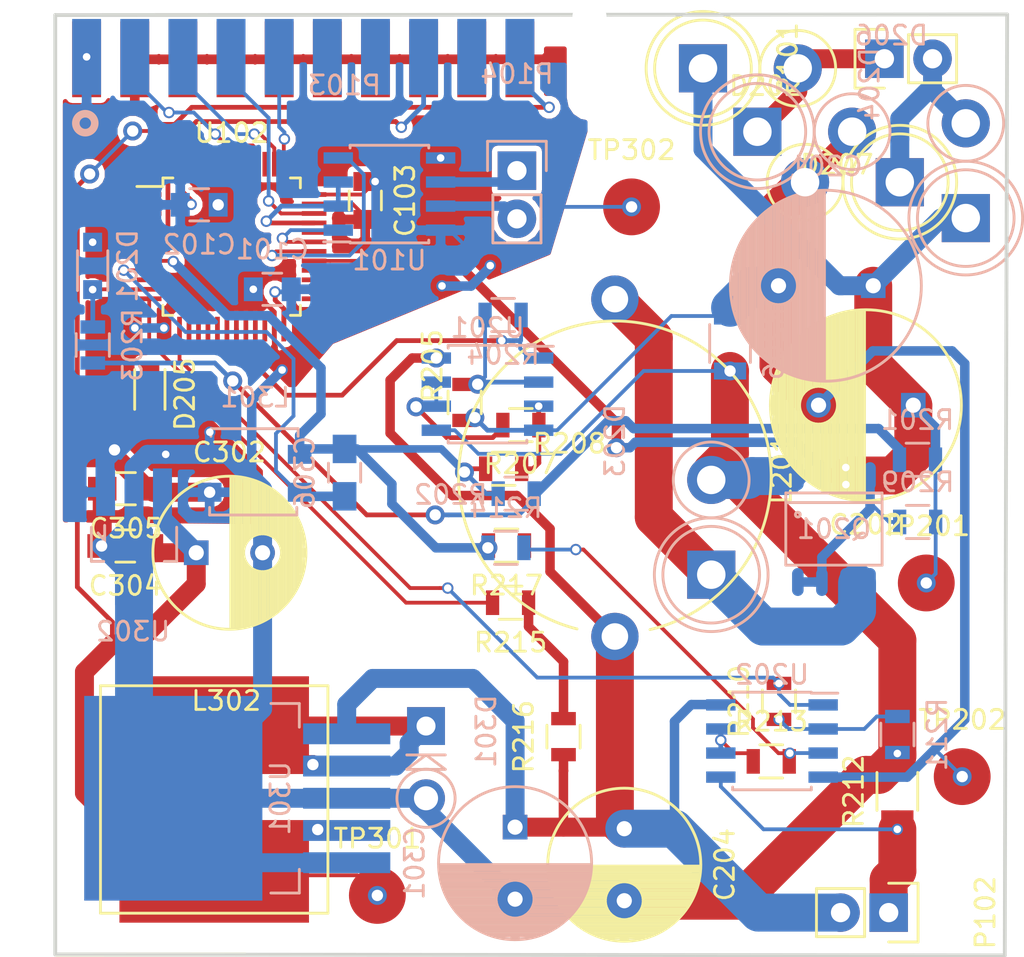
<source format=kicad_pcb>
(kicad_pcb (version 4) (host pcbnew 4.0.4-stable)
  (layers (0 F.Cu signal) (31 B.Cu signal) (34 B.Paste user) (35 F.Paste user) (36 B.SilkS user) (37 F.SilkS user) (38 B.Mask user) (39 F.Mask user) (44 Edge.Cuts user))
  (net 0 "")
  (net 1 GND)
  (net 2 +24V)
  (net 3 +5V)
  (net 4 +3V3)
  (net 5 GNDA)
  (net 6 VDDA)
  (net 7 /regulator/Uin)
  (net 8 /regulator/GENERATOR_IN+)
  (net 9 "Net-(D203-Pad1)")
  (net 10 /regulator/Ubat)
  (net 11 "Net-(D301-Pad1)")
  (net 12 /regulator/GENERATOR_IN-)
  (net 13 /regulator/BATTERY-)
  (net 14 /jnrst)
  (net 15 /jtdi)
  (net 16 /jtms)
  (net 17 /jtck)
  (net 18 /nrst)
  (net 19 "Net-(P104-Pad1)")
  (net 20 "Net-(P104-Pad2)")
  (net 21 /REGUL_PULSE)
  (net 22 "Net-(Q201-Pad4)")
  (net 23 "Net-(R201-Pad2)")
  (net 24 "Net-(R204-Pad1)")
  (net 25 "Net-(R207-Pad1)")
  (net 26 "Net-(R207-Pad2)")
  (net 27 "Net-(R210-Pad1)")
  (net 28 /regulator/Iout)
  (net 29 "Net-(R213-Pad1)")
  (net 30 "Net-(R213-Pad2)")
  (net 31 "Net-(R215-Pad1)")
  (net 32 /nmeaTX)
  (net 33 /nmeaRX)
  (net 34 /nmeaRTS)
  (net 35 /regulator/in_rect+)
  (net 36 /regulator/in_rect-)
  (net 37 /Iin)
  (module PCV-0-104-05L (layer F.Cu) (at 69.47408 64.31772 270)
    (fp_text reference L201 (at 0.09906 -8.8011 270) (layer F.SilkS))
    (fp_text value L)
    (pad 2 thru_hole circle (at 8.9 0 270) (size 2.49936 2.49936) (drill 1.39954) (layers *.Cu *.Mask) (net 2 +24V))
    (pad 1 thru_hole circle (at -8.9 0 270) (size 2.49936 2.49936) (drill 1.39954) (layers *.Cu *.Mask) (net 9 "Net-(D203-Pad1)"))
  )
  (module Housings_QFP:LQFP-48_7x7mm_Pitch0.5mm (layer F.Cu) (at 49.25466 52.64944)
    (fp_text reference U102 (at 0 -6) (layer F.SilkS))
    (fp_text value STM32F103C8Tx)
    (pad 1 smd rect (at -4.35 -2.75) (size 1.3 0.25) (layers F.Cu F.Paste F.Mask))
    (pad 2 smd rect (at -4.35 -2.25) (size 1.3 0.25) (layers F.Cu F.Paste F.Mask))
    (pad 3 smd rect (at -4.35 -1.75) (size 1.3 0.25) (layers F.Cu F.Paste F.Mask))
    (pad 4 smd rect (at -4.35 -1.25) (size 1.3 0.25) (layers F.Cu F.Paste F.Mask))
    (pad 5 smd rect (at -4.35 -0.75) (size 1.3 0.25) (layers F.Cu F.Paste F.Mask))
    (pad 6 smd rect (at -4.35 -0.25) (size 1.3 0.25) (layers F.Cu F.Paste F.Mask))
    (pad 7 smd rect (at -4.35 0.25) (size 1.3 0.25) (layers F.Cu F.Paste F.Mask) (net 18 /nrst))
    (pad 8 smd rect (at -4.35 0.75) (size 1.3 0.25) (layers F.Cu F.Paste F.Mask) (net 5 GNDA))
    (pad 9 smd rect (at -4.35 1.25) (size 1.3 0.25) (layers F.Cu F.Paste F.Mask) (net 6 VDDA))
    (pad 10 smd rect (at -4.35 1.75) (size 1.3 0.25) (layers F.Cu F.Paste F.Mask))
    (pad 11 smd rect (at -4.35 2.25) (size 1.3 0.25) (layers F.Cu F.Paste F.Mask) (net 7 /regulator/Uin))
    (pad 12 smd rect (at -4.35 2.75) (size 1.3 0.25) (layers F.Cu F.Paste F.Mask) (net 10 /regulator/Ubat))
    (pad 13 smd rect (at -2.75 4.35 90) (size 1.3 0.25) (layers F.Cu F.Paste F.Mask) (net 28 /regulator/Iout))
    (pad 14 smd rect (at -2.25 4.35 90) (size 1.3 0.25) (layers F.Cu F.Paste F.Mask))
    (pad 15 smd rect (at -1.75 4.35 90) (size 1.3 0.25) (layers F.Cu F.Paste F.Mask))
    (pad 16 smd rect (at -1.25 4.35 90) (size 1.3 0.25) (layers F.Cu F.Paste F.Mask))
    (pad 17 smd rect (at -0.75 4.35 90) (size 1.3 0.25) (layers F.Cu F.Paste F.Mask))
    (pad 18 smd rect (at -0.25 4.35 90) (size 1.3 0.25) (layers F.Cu F.Paste F.Mask))
    (pad 19 smd rect (at 0.25 4.35 90) (size 1.3 0.25) (layers F.Cu F.Paste F.Mask) (net 37 /Iin))
    (pad 20 smd rect (at 0.75 4.35 90) (size 1.3 0.25) (layers F.Cu F.Paste F.Mask))
    (pad 21 smd rect (at 1.25 4.35 90) (size 1.3 0.25) (layers F.Cu F.Paste F.Mask))
    (pad 22 smd rect (at 1.75 4.35 90) (size 1.3 0.25) (layers F.Cu F.Paste F.Mask))
    (pad 23 smd rect (at 2.25 4.35 90) (size 1.3 0.25) (layers F.Cu F.Paste F.Mask) (net 1 GND))
    (pad 24 smd rect (at 2.75 4.35 90) (size 1.3 0.25) (layers F.Cu F.Paste F.Mask) (net 4 +3V3))
    (pad 25 smd rect (at 4.35 2.75) (size 1.3 0.25) (layers F.Cu F.Paste F.Mask))
    (pad 26 smd rect (at 4.35 2.25) (size 1.3 0.25) (layers F.Cu F.Paste F.Mask))
    (pad 27 smd rect (at 4.35 1.75) (size 1.3 0.25) (layers F.Cu F.Paste F.Mask))
    (pad 28 smd rect (at 4.35 1.25) (size 1.3 0.25) (layers F.Cu F.Paste F.Mask))
    (pad 29 smd rect (at 4.35 0.75) (size 1.3 0.25) (layers F.Cu F.Paste F.Mask) (net 21 /REGUL_PULSE))
    (pad 30 smd rect (at 4.35 0.25) (size 1.3 0.25) (layers F.Cu F.Paste F.Mask) (net 32 /nmeaTX))
    (pad 31 smd rect (at 4.35 -0.25) (size 1.3 0.25) (layers F.Cu F.Paste F.Mask) (net 33 /nmeaRX))
    (pad 32 smd rect (at 4.35 -0.75) (size 1.3 0.25) (layers F.Cu F.Paste F.Mask))
    (pad 33 smd rect (at 4.35 -1.25) (size 1.3 0.25) (layers F.Cu F.Paste F.Mask) (net 34 /nmeaRTS))
    (pad 34 smd rect (at 4.35 -1.75) (size 1.3 0.25) (layers F.Cu F.Paste F.Mask) (net 16 /jtms))
    (pad 35 smd rect (at 4.35 -2.25) (size 1.3 0.25) (layers F.Cu F.Paste F.Mask) (net 1 GND))
    (pad 36 smd rect (at 4.35 -2.75) (size 1.3 0.25) (layers F.Cu F.Paste F.Mask) (net 4 +3V3))
    (pad 37 smd rect (at 2.75 -4.35 90) (size 1.3 0.25) (layers F.Cu F.Paste F.Mask) (net 17 /jtck))
    (pad 38 smd rect (at 2.25 -4.35 90) (size 1.3 0.25) (layers F.Cu F.Paste F.Mask) (net 15 /jtdi))
    (pad 39 smd rect (at 1.75 -4.35 90) (size 1.3 0.25) (layers F.Cu F.Paste F.Mask))
    (pad 40 smd rect (at 1.25 -4.35 90) (size 1.3 0.25) (layers F.Cu F.Paste F.Mask) (net 14 /jnrst))
    (pad 41 smd rect (at 0.75 -4.35 90) (size 1.3 0.25) (layers F.Cu F.Paste F.Mask))
    (pad 42 smd rect (at 0.25 -4.35 90) (size 1.3 0.25) (layers F.Cu F.Paste F.Mask))
    (pad 43 smd rect (at -0.25 -4.35 90) (size 1.3 0.25) (layers F.Cu F.Paste F.Mask))
    (pad 44 smd rect (at -0.75 -4.35 90) (size 1.3 0.25) (layers F.Cu F.Paste F.Mask))
    (pad 45 smd rect (at -1.25 -4.35 90) (size 1.3 0.25) (layers F.Cu F.Paste F.Mask))
    (pad 46 smd rect (at -1.75 -4.35 90) (size 1.3 0.25) (layers F.Cu F.Paste F.Mask))
    (pad 47 smd rect (at -2.25 -4.35 90) (size 1.3 0.25) (layers F.Cu F.Paste F.Mask) (net 1 GND))
    (pad 48 smd rect (at -2.75 -4.35 90) (size 1.3 0.25) (layers F.Cu F.Paste F.Mask) (net 4 +3V3))
  )
  (module Capacitors_SMD:C_0805 (layer B.Cu) (at 51.39766 54.89956 180)
    (fp_text reference C101 (at 0 2.1 180) (layer B.SilkS) (effects (justify mirror)))
    (fp_text value 100n)
    (pad 1 smd rect (at -1 0 180) (size 1 1.25) (layers B.Cu B.Paste B.Mask) (net 4 +3V3))
    (pad 2 smd rect (at 1 0 180) (size 1 1.25) (layers B.Cu B.Paste B.Mask) (net 1 GND))
  )
  (module Capacitors_SMD:C_0805 (layer B.Cu) (at 47.54372 50.44186)
    (fp_text reference C102 (at 0 2.1) (layer B.SilkS) (effects (justify mirror)))
    (fp_text value 100n)
    (pad 1 smd rect (at -1 0) (size 1 1.25) (layers B.Cu B.Paste B.Mask) (net 4 +3V3))
    (pad 2 smd rect (at 1 0) (size 1 1.25) (layers B.Cu B.Paste B.Mask) (net 1 GND))
  )
  (module Capacitors_SMD:C_0805 (layer F.Cu) (at 56.30418 50.21402 270)
    (fp_text reference C103 (at 0 -2.1 270) (layer F.SilkS))
    (fp_text value 100n)
    (pad 1 smd rect (at -1 0 270) (size 1 1.25) (layers F.Cu F.Paste F.Mask) (net 4 +3V3))
    (pad 2 smd rect (at 1 0 270) (size 1 1.25) (layers F.Cu F.Paste F.Mask) (net 1 GND))
  )
  (module Capacitors_ThroughHole:C_Radial_D10_L16_P5 (layer B.Cu) (at 83.105 54.7116 180)
    (fp_text reference C201 (at 2.5 6.3 180) (layer B.SilkS) (effects (justify mirror)))
    (fp_text value 100uF)
    (pad 1 thru_hole rect (at 0 0 180) (size 1.3 1.3) (drill 0.8) (layers *.Cu *.Mask) (net 35 /regulator/in_rect+))
    (pad 2 thru_hole circle (at 5 0 180) (size 1.3 1.3) (drill 0.8) (layers *.Cu *.Mask) (net 36 /regulator/in_rect-))
  )
  (module Capacitors_ThroughHole:C_Radial_D10_L16_P5 (layer F.Cu) (at 85.21828 61.01588 180)
    (fp_text reference C202 (at 2.5 -6.3 180) (layer F.SilkS))
    (fp_text value 100uF)
    (pad 1 thru_hole rect (at 0 0 180) (size 1.3 1.3) (drill 0.8) (layers *.Cu *.Mask) (net 35 /regulator/in_rect+))
    (pad 2 thru_hole circle (at 5 0 180) (size 1.3 1.3) (drill 0.8) (layers *.Cu *.Mask) (net 36 /regulator/in_rect-))
  )
  (module Capacitors_ThroughHole:C_Radial_D8_L21_P3.8 (layer F.Cu) (at 69.96938 83.35772 270)
    (fp_text reference C204 (at 1.9 -5.3 270) (layer F.SilkS))
    (fp_text value CP)
    (pad 1 thru_hole rect (at 0 0 270) (size 1.3 1.3) (drill 0.8) (layers *.Cu *.Mask) (net 2 +24V))
    (pad 2 thru_hole circle (at 3.8 0 270) (size 1.3 1.3) (drill 0.8) (layers *.Cu *.Mask) (net 1 GND))
  )
  (module Capacitors_ThroughHole:C_Radial_D8_L21_P3.8 (layer B.Cu) (at 64.20866 83.27644 270)
    (fp_text reference C301 (at 1.9 5.3 270) (layer B.SilkS) (effects (justify mirror)))
    (fp_text value 100uF)
    (pad 1 thru_hole rect (at 0 0 270) (size 1.3 1.3) (drill 0.8) (layers *.Cu *.Mask) (net 2 +24V))
    (pad 2 thru_hole circle (at 3.8 0 270) (size 1.3 1.3) (drill 0.8) (layers *.Cu *.Mask) (net 1 GND))
  )
  (module Capacitors_ThroughHole:C_Radial_D8_L11.5_P3.5 (layer F.Cu) (at 47.38636 68.79844)
    (fp_text reference C302 (at 1.75 -5.3) (layer F.SilkS))
    (fp_text value 100uF)
    (pad 2 thru_hole circle (at 3.5 0) (size 1.3 1.3) (drill 0.8) (layers *.Cu *.Mask) (net 1 GND))
    (pad 1 thru_hole rect (at 0 0) (size 1.3 1.3) (drill 0.8) (layers *.Cu *.Mask) (net 3 +5V))
  )
  (module Capacitors_SMD:C_0805_HandSoldering (layer F.Cu) (at 43.64196 68.44284 180)
    (fp_text reference C304 (at 0 -2.1 180) (layer F.SilkS))
    (fp_text value 1u)
    (pad 1 smd rect (at -1.25 0 180) (size 1.5 1.25) (layers F.Cu F.Paste F.Mask) (net 3 +5V))
    (pad 2 smd rect (at 1.25 0 180) (size 1.5 1.25) (layers F.Cu F.Paste F.Mask) (net 1 GND))
  )
  (module Capacitors_SMD:C_0805_HandSoldering (layer F.Cu) (at 43.67562 65.42024 180)
    (fp_text reference C305 (at 0 -2.1 180) (layer F.SilkS))
    (fp_text value 1u)
    (pad 1 smd rect (at -1.25 0 180) (size 1.5 1.25) (layers F.Cu F.Paste F.Mask) (net 4 +3V3))
    (pad 2 smd rect (at 1.25 0 180) (size 1.5 1.25) (layers F.Cu F.Paste F.Mask) (net 1 GND))
  )
  (module Capacitors_SMD:C_0805_HandSoldering (layer B.Cu) (at 55.21198 64.57188 270)
    (fp_text reference C306 (at 0 2.1 270) (layer B.SilkS) (effects (justify mirror)))
    (fp_text value 1u)
    (pad 1 smd rect (at -1.25 0 270) (size 1.5 1.25) (layers B.Cu B.Paste B.Mask) (net 5 GNDA))
    (pad 2 smd rect (at 1.25 0 270) (size 1.5 1.25) (layers B.Cu B.Paste B.Mask) (net 6 VDDA))
  )
  (module Diodes_ThroughHole:Diode_DO-41_SOD81_Vertical_KathodeUp (layer B.Cu) (at 59.50966 77.94244 270)
    (fp_text reference D301 (at 0.27178 -3.175 270) (layer B.SilkS) (effects (justify mirror)))
    (fp_text value D_Schottky)
    (pad 2 thru_hole circle (at 3.81 0 90) (size 1.99898 1.99898) (drill 1.27) (layers *.Cu *.Mask) (net 1 GND))
    (pad 1 thru_hole rect (at 0 0 90) (size 1.99898 1.99898) (drill 1.00076) (layers *.Cu *.Mask) (net 11 "Net-(D301-Pad1)"))
  )
  (module lib:ACM4520 (layer B.Cu) (at 50.49266 64.60744)
    (fp_text reference L301 (at 0 -4) (layer B.SilkS) (effects (justify mirror)))
    (fp_text value ACM4520)
    (pad 3 smd rect (at 2.35 -1) (size 1.25 1) (layers B.Cu B.Paste B.Mask) (net 5 GNDA))
    (pad 4 smd rect (at 2.35 1) (size 1.25 1) (layers B.Cu B.Paste B.Mask) (net 6 VDDA))
    (pad 1 smd rect (at -2.4 1) (size 1.25 1) (layers B.Cu B.Paste B.Mask) (net 4 +3V3))
    (pad 2 smd rect (at -2.4 -1) (size 1.25 1) (layers B.Cu B.Paste B.Mask) (net 1 GND))
  )
  (module lib:1212_inductor (layer F.Cu) (at 48.33366 81.81644)
    (fp_text reference L302 (at 0.635 -5.207) (layer F.SilkS))
    (fp_text value 330uH)
    (pad 1 smd rect (at 0 -4) (size 10 5) (layers F.Cu F.Paste F.Mask) (net 11 "Net-(D301-Pad1)"))
    (pad 2 smd rect (at 0 4) (size 10 5) (layers F.Cu F.Paste F.Mask) (net 3 +5V))
  )
  (module Pin_Headers:Pin_Header_Straight_1x02 (layer F.Cu) (at 83.693 42.7355 90)
    (fp_text reference P101 (at 0 -5.1 90) (layer F.SilkS))
    (fp_text value CONN_01X02)
    (pad 1 thru_hole rect (at 0 0 90) (size 2.032 2.032) (drill 1.016) (layers *.Cu *.Mask) (net 12 /regulator/GENERATOR_IN-))
    (pad 2 thru_hole oval (at 0 2.54 90) (size 2.032 2.032) (drill 1.016) (layers *.Cu *.Mask) (net 8 /regulator/GENERATOR_IN+))
  )
  (module Pin_Headers:Pin_Header_Straight_1x02 (layer F.Cu) (at 83.91906 87.78494 270)
    (fp_text reference P102 (at 0 -5.1 270) (layer F.SilkS))
    (fp_text value CONN_01X02)
    (pad 1 thru_hole rect (at 0 0 270) (size 2.032 2.032) (drill 1.016) (layers *.Cu *.Mask) (net 13 /regulator/BATTERY-))
    (pad 2 thru_hole oval (at 0 2.54 270) (size 2.032 2.032) (drill 1.016) (layers *.Cu *.Mask) (net 2 +24V))
  )
  (module Pin_Headers:Pin_Header_Straight_1x02 (layer B.Cu) (at 64.30518 48.641 180)
    (fp_text reference P104 (at 0 5.1 180) (layer B.SilkS) (effects (justify mirror)))
    (fp_text value CONN_01X02)
    (pad 1 thru_hole rect (at 0 0 180) (size 2.032 2.032) (drill 1.016) (layers *.Cu *.Mask) (net 19 "Net-(P104-Pad1)"))
    (pad 2 thru_hole oval (at 0 -2.54 180) (size 2.032 2.032) (drill 1.016) (layers *.Cu *.Mask) (net 20 "Net-(P104-Pad2)"))
  )
  (module Power_Integrations:SO-8 (layer B.Cu) (at 81.03108 67.54876)
    (fp_text reference Q201 (at 0 0) (layer B.SilkS) (effects (justify mirror)))
    (fp_text value IRF7343PBF)
    (pad 1 smd oval (at -1.905 -2.794) (size 0.6096 1.4732) (layers B.Cu B.Paste B.Mask) (net 1 GND))
    (pad 2 smd oval (at -0.635 -2.794) (size 0.6096 1.4732) (layers B.Cu B.Paste B.Mask) (net 21 /REGUL_PULSE))
    (pad 3 smd oval (at 0.635 -2.794) (size 0.6096 1.4732) (layers B.Cu B.Paste B.Mask) (net 35 /regulator/in_rect+))
    (pad 4 smd oval (at 1.905 -2.794) (size 0.6096 1.4732) (layers B.Cu B.Paste B.Mask) (net 22 "Net-(Q201-Pad4)"))
    (pad 5 smd oval (at 1.905 2.794) (size 0.6096 1.4732) (layers B.Cu B.Paste B.Mask) (net 9 "Net-(D203-Pad1)"))
    (pad 6 smd oval (at 0.635 2.794) (size 0.6096 1.4732) (layers B.Cu B.Paste B.Mask) (net 9 "Net-(D203-Pad1)"))
    (pad 7 smd oval (at -0.635 2.794) (size 0.6096 1.4732) (layers B.Cu B.Paste B.Mask) (net 22 "Net-(Q201-Pad4)"))
    (pad 8 smd oval (at -1.905 2.794) (size 0.6096 1.4732) (layers B.Cu B.Paste B.Mask) (net 22 "Net-(Q201-Pad4)"))
  )
  (module Resistors_SMD:R_0805 (layer B.Cu) (at 85.43794 63.8937 180)
    (fp_text reference R201 (at 0 2.1 180) (layer B.SilkS) (effects (justify mirror)))
    (fp_text value 18k)
    (pad 1 smd rect (at -0.95 0 180) (size 0.7 1.3) (layers B.Cu B.Paste B.Mask) (net 35 /regulator/in_rect+))
    (pad 2 smd rect (at 0.95 0 180) (size 0.7 1.3) (layers B.Cu B.Paste B.Mask) (net 23 "Net-(R201-Pad2)"))
  )
  (module Resistors_SMD:R_0805 (layer B.Cu) (at 64.26704 65.68186 180)
    (fp_text reference R202 (at 3.45694 -0.05588 180) (layer B.SilkS) (effects (justify mirror)))
    (fp_text value 1k)
    (pad 1 smd rect (at -0.95 0 180) (size 0.7 1.3) (layers B.Cu B.Paste B.Mask) (net 23 "Net-(R201-Pad2)"))
    (pad 2 smd rect (at 0.95 0 180) (size 0.7 1.3) (layers B.Cu B.Paste B.Mask) (net 5 GNDA))
  )
  (module Resistors_SMD:R_0805 (layer B.Cu) (at 41.92778 57.83834 90)
    (fp_text reference R203 (at 0 2.1 90) (layer B.SilkS) (effects (justify mirror)))
    (fp_text value 10k)
    (pad 1 smd rect (at -0.95 0 90) (size 0.7 1.3) (layers B.Cu B.Paste B.Mask) (net 23 "Net-(R201-Pad2)"))
    (pad 2 smd rect (at 0.95 0 90) (size 0.7 1.3) (layers B.Cu B.Paste B.Mask) (net 7 /regulator/Uin))
  )
  (module Resistors_SMD:R_0805 (layer B.Cu) (at 63.5762 56.25592)
    (fp_text reference R204 (at 0 2.1) (layer B.SilkS) (effects (justify mirror)))
    (fp_text value 39k)
    (pad 1 smd rect (at -0.95 0) (size 0.7 1.3) (layers B.Cu B.Paste B.Mask) (net 24 "Net-(R204-Pad1)"))
    (pad 2 smd rect (at 0.95 0) (size 0.7 1.3) (layers B.Cu B.Paste B.Mask) (net 37 /Iin))
  )
  (module Resistors_SMD:R_0805 (layer F.Cu) (at 61.54674 60.8686 90)
    (fp_text reference R205 (at 1.93044 -1.69926 90) (layer F.SilkS))
    (fp_text value 1k)
    (pad 1 smd rect (at -0.95 0 90) (size 0.7 1.3) (layers F.Cu F.Paste F.Mask) (net 36 /regulator/in_rect-))
    (pad 2 smd rect (at 0.95 0 90) (size 0.7 1.3) (layers F.Cu F.Paste F.Mask) (net 24 "Net-(R204-Pad1)"))
  )
  (module Resistors_SMD:R_1206 (layer B.Cu) (at 75.54976 57.75926 90)
    (fp_text reference R206 (at 0 2.3 90) (layer B.SilkS) (effects (justify mirror)))
    (fp_text value 15mR)
    (pad 1 smd rect (at -1.45 0 90) (size 0.9 1.7) (layers B.Cu B.Paste B.Mask) (net 1 GND))
    (pad 2 smd rect (at 1.45 0 90) (size 0.9 1.7) (layers B.Cu B.Paste B.Mask) (net 36 /regulator/in_rect-))
  )
  (module Resistors_SMD:R_0805 (layer F.Cu) (at 64.51346 62.0649)
    (fp_text reference R207 (at -0.02794 2.05486) (layer F.SilkS))
    (fp_text value 1k)
    (pad 1 smd rect (at -0.95 0) (size 0.7 1.3) (layers F.Cu F.Paste F.Mask) (net 25 "Net-(R207-Pad1)"))
    (pad 2 smd rect (at 0.95 0) (size 0.7 1.3) (layers F.Cu F.Paste F.Mask) (net 26 "Net-(R207-Pad2)"))
  )
  (module Resistors_SMD:R_0805 (layer F.Cu) (at 63.60414 64.36868 180)
    (fp_text reference R208 (at -3.46968 1.32842 180) (layer F.SilkS))
    (fp_text value 39k)
    (pad 1 smd rect (at -0.95 0 180) (size 0.7 1.3) (layers F.Cu F.Paste F.Mask) (net 26 "Net-(R207-Pad2)"))
    (pad 2 smd rect (at 0.95 0 180) (size 0.7 1.3) (layers F.Cu F.Paste F.Mask) (net 5 GNDA))
  )
  (module Resistors_SMD:R_0805 (layer B.Cu) (at 85.44814 67.17538 180)
    (fp_text reference R209 (at 0 2.1 180) (layer B.SilkS) (effects (justify mirror)))
    (fp_text value R)
    (pad 1 smd rect (at -0.95 0 180) (size 0.7 1.3) (layers B.Cu B.Paste B.Mask) (net 35 /regulator/in_rect+))
    (pad 2 smd rect (at 0.95 0 180) (size 0.7 1.3) (layers B.Cu B.Paste B.Mask) (net 22 "Net-(Q201-Pad4)"))
  )
  (module Resistors_SMD:R_0805 (layer F.Cu) (at 78.1304 76.642 90)
    (fp_text reference R210 (at 0 -2.1 90) (layer F.SilkS))
    (fp_text value 39k)
    (pad 1 smd rect (at -0.95 0 90) (size 0.7 1.3) (layers F.Cu F.Paste F.Mask) (net 27 "Net-(R210-Pad1)"))
    (pad 2 smd rect (at 0.95 0 90) (size 0.7 1.3) (layers F.Cu F.Paste F.Mask) (net 28 /regulator/Iout))
  )
  (module Resistors_SMD:R_0805 (layer B.Cu) (at 84.3788 78.388096 90)
    (fp_text reference R211 (at 0 2.1 90) (layer B.SilkS) (effects (justify mirror)))
    (fp_text value 1k)
    (pad 1 smd rect (at -0.95 0 90) (size 0.7 1.3) (layers B.Cu B.Paste B.Mask) (net 1 GND))
    (pad 2 smd rect (at 0.95 0 90) (size 0.7 1.3) (layers B.Cu B.Paste B.Mask) (net 27 "Net-(R210-Pad1)"))
  )
  (module Resistors_SMD:R_1206_HandSoldering (layer F.Cu) (at 84.37626 81.390376 90)
    (fp_text reference R212 (at 0 -2.3 90) (layer F.SilkS))
    (fp_text value 15mR)
    (pad 1 smd rect (at -2 0 90) (size 2 1.7) (layers F.Cu F.Paste F.Mask) (net 13 /regulator/BATTERY-))
    (pad 2 smd rect (at 2 0 90) (size 2 1.7) (layers F.Cu F.Paste F.Mask) (net 1 GND))
  )
  (module Resistors_SMD:R_0805 (layer F.Cu) (at 77.724 79.8068)
    (fp_text reference R213 (at 0 -2.1) (layer F.SilkS))
    (fp_text value 1k)
    (pad 1 smd rect (at -0.95 0) (size 0.7 1.3) (layers F.Cu F.Paste F.Mask) (net 29 "Net-(R213-Pad1)"))
    (pad 2 smd rect (at 0.95 0) (size 0.7 1.3) (layers F.Cu F.Paste F.Mask) (net 30 "Net-(R213-Pad2)"))
  )
  (module Resistors_SMD:R_0805 (layer B.Cu) (at 63.72348 68.53936 180)
    (fp_text reference R214 (at 0 2.1 180) (layer B.SilkS) (effects (justify mirror)))
    (fp_text value 39k)
    (pad 1 smd rect (at -0.95 0 180) (size 0.7 1.3) (layers B.Cu B.Paste B.Mask) (net 30 "Net-(R213-Pad2)"))
    (pad 2 smd rect (at 0.95 0 180) (size 0.7 1.3) (layers B.Cu B.Paste B.Mask) (net 5 GNDA))
  )
  (module Resistors_SMD:R_0805 (layer F.Cu) (at 63.96994 71.43496 180)
    (fp_text reference R215 (at 0 -2.1 180) (layer F.SilkS))
    (fp_text value 10k)
    (pad 1 smd rect (at -0.95 0 180) (size 0.7 1.3) (layers F.Cu F.Paste F.Mask) (net 31 "Net-(R215-Pad1)"))
    (pad 2 smd rect (at 0.95 0 180) (size 0.7 1.3) (layers F.Cu F.Paste F.Mask) (net 10 /regulator/Ubat))
  )
  (module Resistors_SMD:R_0805 (layer F.Cu) (at 66.7639 78.50124 90)
    (fp_text reference R216 (at 0 -2.1 90) (layer F.SilkS))
    (fp_text value 10k)
    (pad 1 smd rect (at -0.95 0 90) (size 0.7 1.3) (layers F.Cu F.Paste F.Mask) (net 2 +24V))
    (pad 2 smd rect (at 0.95 0 90) (size 0.7 1.3) (layers F.Cu F.Paste F.Mask) (net 31 "Net-(R215-Pad1)"))
  )
  (module Resistors_SMD:R_0805 (layer F.Cu) (at 63.754 68.42252 180)
    (fp_text reference R217 (at 0 -2.1 180) (layer F.SilkS))
    (fp_text value 1k)
    (pad 1 smd rect (at -0.95 0 180) (size 0.7 1.3) (layers F.Cu F.Paste F.Mask) (net 31 "Net-(R215-Pad1)"))
    (pad 2 smd rect (at 0.95 0 180) (size 0.7 1.3) (layers F.Cu F.Paste F.Mask) (net 5 GNDA))
  )
  (module Housings_SOIC:SOIC-8_3.9x4.9mm_Pitch1.27mm (layer B.Cu) (at 62.75324 60.43168 180)
    (fp_text reference U201 (at 0 3.5 180) (layer B.SilkS) (effects (justify mirror)))
    (fp_text value 358)
    (pad 1 smd rect (at -2.7 1.905 180) (size 1.55 0.6) (layers B.Cu B.Paste B.Mask) (net 37 /Iin))
    (pad 2 smd rect (at -2.7 0.635 180) (size 1.55 0.6) (layers B.Cu B.Paste B.Mask) (net 24 "Net-(R204-Pad1)"))
    (pad 3 smd rect (at -2.7 -0.635 180) (size 1.55 0.6) (layers B.Cu B.Paste B.Mask) (net 26 "Net-(R207-Pad2)"))
    (pad 4 smd rect (at -2.7 -1.905 180) (size 1.55 0.6) (layers B.Cu B.Paste B.Mask) (net 36 /regulator/in_rect-))
    (pad 5 smd rect (at 2.7 -1.905 180) (size 1.55 0.6) (layers B.Cu B.Paste B.Mask) (net 1 GND))
    (pad 6 smd rect (at 2.7 -0.635 180) (size 1.55 0.6) (layers B.Cu B.Paste B.Mask) (net 25 "Net-(R207-Pad1)"))
    (pad 7 smd rect (at 2.7 0.635 180) (size 1.55 0.6) (layers B.Cu B.Paste B.Mask) (net 25 "Net-(R207-Pad1)"))
    (pad 8 smd rect (at 2.7 1.905 180) (size 1.55 0.6) (layers B.Cu B.Paste B.Mask) (net 2 +24V))
  )
  (module Housings_SOIC:SOIC-8_3.9x4.9mm_Pitch1.27mm (layer B.Cu) (at 77.7621 78.73238 180)
    (fp_text reference U202 (at 0 3.5 180) (layer B.SilkS) (effects (justify mirror)))
    (fp_text value 358)
    (pad 1 smd rect (at -2.7 1.905 180) (size 1.55 0.6) (layers B.Cu B.Paste B.Mask) (net 28 /regulator/Iout))
    (pad 2 smd rect (at -2.7 0.635 180) (size 1.55 0.6) (layers B.Cu B.Paste B.Mask) (net 27 "Net-(R210-Pad1)"))
    (pad 3 smd rect (at -2.7 -0.635 180) (size 1.55 0.6) (layers B.Cu B.Paste B.Mask) (net 30 "Net-(R213-Pad2)"))
    (pad 4 smd rect (at -2.7 -1.905 180) (size 1.55 0.6) (layers B.Cu B.Paste B.Mask) (net 36 /regulator/in_rect-))
    (pad 5 smd rect (at 2.7 -1.905 180) (size 1.55 0.6) (layers B.Cu B.Paste B.Mask) (net 13 /regulator/BATTERY-))
    (pad 6 smd rect (at 2.7 -0.635 180) (size 1.55 0.6) (layers B.Cu B.Paste B.Mask) (net 29 "Net-(R213-Pad1)"))
    (pad 7 smd rect (at 2.7 0.635 180) (size 1.55 0.6) (layers B.Cu B.Paste B.Mask) (net 29 "Net-(R213-Pad1)"))
    (pad 8 smd rect (at 2.7 1.905 180) (size 1.55 0.6) (layers B.Cu B.Paste B.Mask) (net 2 +24V))
  )
  (module TO_SOT_Packages_SMD:TO-263-5Lead (layer B.Cu) (at 55.32466 81.75244 180)
    (fp_text reference U301 (at 3.5 0 450) (layer B.SilkS) (effects (justify mirror)))
    (fp_text value lm2575)
    (pad 5 smd rect (at 0 -3.4 180) (size 4.6 1.1) (layers B.Cu B.Paste B.Mask) (net 1 GND))
    (pad 4 smd rect (at 0 -1.7 180) (size 4.6 1.1) (layers B.Cu B.Paste B.Mask) (net 3 +5V))
    (pad 2 smd rect (at 0 1.7 180) (size 4.6 1.1) (layers B.Cu B.Paste B.Mask) (net 11 "Net-(D301-Pad1)"))
    (pad 3 smd rect (at 9.15 0 180) (size 9.4 10.8) (layers B.Cu B.Paste B.Mask) (net 1 GND))
    (pad 3 smd rect (at 0 0 180) (size 4.6 1.1) (layers B.Cu B.Paste B.Mask) (net 1 GND))
    (pad 1 smd rect (at 0 3.4 180) (size 4.6 1.1) (layers B.Cu B.Paste B.Mask) (net 2 +24V))
  )
  (module TO_SOT_Packages_SMD:SOT89-3_Housing_Handsoldering (layer B.Cu) (at 44.103433 67.953501)
    (fp_text reference U302 (at -0.0508 5.00126) (layer B.SilkS) (effects (justify mirror)))
    (fp_text value LM78L33)
    (pad 1 smd rect (at -1.50114 -2.35204) (size 1.00076 2.5019) (layers B.Cu B.Paste B.Mask) (net 4 +3V3))
    (pad 2 smd rect (at 0 -2.35204) (size 1.00076 2.5019) (layers B.Cu B.Paste B.Mask) (net 1 GND))
    (pad 3 smd rect (at 1.50114 -2.35204) (size 1.00076 2.5019) (layers B.Cu B.Paste B.Mask) (net 3 +5V))
    (pad 2 smd rect (at 0 1.6002) (size 1.99898 4.0005) (layers B.Cu B.Paste B.Mask) (net 1 GND))
    (pad 2 smd trapezoid (at 0 -0.7493 180) (size 1.50114 0.7493) (rect_delta 0 -0.50038) (layers B.Cu B.Paste B.Mask) (net 1 GND))
  )
  (module Diodes_SMD:SOD-323_HandSoldering (layer B.Cu) (at 41.92016 53.66544 90)
    (fp_text reference D201 (at 0 1.85 90) (layer B.SilkS) (effects (justify mirror)))
    (fp_text value 3v)
    (pad 1 smd rect (at -1.25 0 90) (size 1 1) (layers B.Cu B.Paste B.Mask) (net 7 /regulator/Uin))
    (pad 2 smd rect (at 1.25 0 90) (size 1 1) (layers B.Cu B.Paste B.Mask) (net 1 GND))
  )
  (module Diodes_SMD:SOD-323_HandSoldering (layer F.Cu) (at 44.93768 60.4339 270)
    (fp_text reference D205 (at 0 -1.85 270) (layer F.SilkS))
    (fp_text value 3v)
    (pad 1 smd rect (at -1.25 0 270) (size 1 1) (layers F.Cu F.Paste F.Mask) (net 10 /regulator/Ubat))
    (pad 2 smd rect (at 1.25 0 270) (size 1 1) (layers F.Cu F.Paste F.Mask) (net 1 GND))
  )
  (module lib:Diode_DO-201AD_Vertical (layer F.Cu) (at 84.50702 49.24764 180)
    (fp_text reference D202 (at 7.06722 5.07704 180) (layer F.SilkS))
    (fp_text value D_Schottky)
    (pad 2 thru_hole circle (at 5 0) (size 2.54 2.54) (drill 1.50114) (layers *.Cu *.Mask) (net 36 /regulator/in_rect-))
    (pad 1 thru_hole rect (at 0.00122 -0.00296) (size 2.54 2.54) (drill 1.50114) (layers *.Cu *.Mask) (net 8 /regulator/GENERATOR_IN+))
  )
  (module lib:Diode_DO-201AD_Vertical (layer B.Cu) (at 74.5562 69.9579 90)
    (fp_text reference D203 (at 7.06722 -5.07704 90) (layer B.SilkS) (effects (justify mirror)))
    (fp_text value D_Schottky)
    (pad 2 thru_hole circle (at 5 0 270) (size 2.54 2.54) (drill 1.50114) (layers *.Cu *.Mask) (net 1 GND))
    (pad 1 thru_hole rect (at 0.00122 0.00296 270) (size 2.54 2.54) (drill 1.50114) (layers *.Cu *.Mask) (net 9 "Net-(D203-Pad1)"))
  )
  (module lib:Diode_DO-201AD_Vertical (layer B.Cu) (at 87.9856 51.1429 90)
    (fp_text reference D204 (at 7.06722 -5.07704 90) (layer B.SilkS) (effects (justify mirror)))
    (fp_text value D_Schottky)
    (pad 2 thru_hole circle (at 5 0 270) (size 2.54 2.54) (drill 1.50114) (layers *.Cu *.Mask) (net 8 /regulator/GENERATOR_IN+))
    (pad 1 thru_hole rect (at 0.00122 0.00296 270) (size 2.54 2.54) (drill 1.50114) (layers *.Cu *.Mask) (net 35 /regulator/in_rect+))
  )
  (module lib:Diode_DO-201AD_Vertical (layer B.Cu) (at 76.9912 46.5836)
    (fp_text reference D206 (at 7.06722 -5.07704) (layer B.SilkS) (effects (justify mirror)))
    (fp_text value D_Schottky)
    (pad 2 thru_hole circle (at 5 0 180) (size 2.54 2.54) (drill 1.50114) (layers *.Cu *.Mask) (net 36 /regulator/in_rect-))
    (pad 1 thru_hole rect (at 0.00122 0.00296 180) (size 2.54 2.54) (drill 1.50114) (layers *.Cu *.Mask) (net 12 /regulator/GENERATOR_IN-))
  )
  (module lib:Diode_DO-201AD_Vertical (layer F.Cu) (at 74.121 43.2435)
    (fp_text reference D207 (at 7.06722 5.07704) (layer F.SilkS))
    (fp_text value D_Schottky)
    (pad 2 thru_hole circle (at 5 0 180) (size 2.54 2.54) (drill 1.50114) (layers *.Cu *.Mask) (net 12 /regulator/GENERATOR_IN-))
    (pad 1 thru_hole rect (at 0.00122 -0.00296 180) (size 2.54 2.54) (drill 1.50114) (layers *.Cu *.Mask) (net 35 /regulator/in_rect+))
  )
  (module lib:20p_edge (layer B.Cu) (at 53.03266 44.63644)
    (fp_text reference P103 (at 2.17 -0.5) (layer B.SilkS) (effects (justify mirror)))
    (fp_text value JTAG)
    (pad 1 smd rect (at -11.43 -2) (size 1.524 4) (layers B.Cu B.Mask) (net 4 +3V3))
    (pad 2 smd rect (at -11.43 -1.871152) (size 1.524 4) (layers F.Cu F.Mask) (net 4 +3V3))
    (pad 3 smd rect (at -8.89 -2) (size 1.524 4) (layers B.Cu B.Mask) (net 14 /jnrst))
    (pad 4 smd rect (at -8.89 -1.871152) (size 1.524 4) (layers F.Cu F.Mask) (net 1 GND))
    (pad 5 smd rect (at -6.35 -2) (size 1.524 4) (layers B.Cu B.Mask) (net 15 /jtdi))
    (pad 6 smd rect (at -6.35 -1.871152) (size 1.524 4) (layers F.Cu F.Mask) (net 1 GND))
    (pad 7 smd rect (at -3.81 -2) (size 1.524 4) (layers B.Cu B.Mask) (net 16 /jtms))
    (pad 8 smd rect (at -3.81 -1.871152) (size 1.524 4) (layers F.Cu F.Mask) (net 1 GND))
    (pad 9 smd rect (at -1.27 -2) (size 1.524 4) (layers B.Cu B.Mask) (net 17 /jtck))
    (pad 10 smd rect (at -1.27 -1.871152) (size 1.524 4) (layers F.Cu F.Mask) (net 1 GND))
    (pad 11 smd rect (at 1.27 -2) (size 1.524 4) (layers B.Cu B.Mask))
    (pad 12 smd rect (at 1.27 -1.871152) (size 1.524 4) (layers F.Cu F.Mask) (net 1 GND))
    (pad 13 smd rect (at 3.81 -2) (size 1.524 4) (layers B.Cu B.Mask))
    (pad 14 smd rect (at 3.81 -1.871152) (size 1.524 4) (layers F.Cu F.Mask) (net 1 GND))
    (pad 15 smd rect (at 6.35 -2) (size 1.524 4) (layers B.Cu B.Mask) (net 18 /nrst))
    (pad 16 smd rect (at 6.35 -1.871152) (size 1.524 4) (layers F.Cu F.Mask) (net 1 GND))
    (pad 17 smd rect (at 8.89 -2) (size 1.524 4) (layers B.Cu B.Mask))
    (pad 18 smd rect (at 8.89 -1.871152) (size 1.524 4) (layers F.Cu F.Mask) (net 1 GND))
    (pad 19 smd rect (at 11.43 -2) (size 1.524 4) (layers B.Cu B.Mask) (net 3 +5V))
    (pad 20 smd rect (at 11.43 -1.871152) (size 1.524 4) (layers F.Cu F.Mask) (net 1 GND))
    (pad "" np_thru_hole oval (at 15.1 -2) (size 1.8 6) (drill oval 1.8 6) (layers *.Cu *.Mask))
    (pad "" np_thru_hole oval (at -15.1 -2) (size 1.8 6) (drill oval 1.8 6) (layers *.Cu *.Mask))
  )
  (module Housings_SOIC:SOIC-8_3.9x4.9mm_Pitch1.27mm (layer B.Cu) (at 57.57928 49.87544)
    (fp_text reference U101 (at 0 3.5) (layer B.SilkS) (effects (justify mirror)))
    (fp_text value ST3485ECDR)
    (pad 1 smd rect (at -2.7 1.905) (size 1.55 0.6) (layers B.Cu B.Paste B.Mask) (net 33 /nmeaRX))
    (pad 2 smd rect (at -2.7 0.635) (size 1.55 0.6) (layers B.Cu B.Paste B.Mask) (net 34 /nmeaRTS))
    (pad 3 smd rect (at -2.7 -0.635) (size 1.55 0.6) (layers B.Cu B.Paste B.Mask) (net 34 /nmeaRTS))
    (pad 4 smd rect (at -2.7 -1.905) (size 1.55 0.6) (layers B.Cu B.Paste B.Mask) (net 32 /nmeaTX))
    (pad 5 smd rect (at 2.7 -1.905) (size 1.55 0.6) (layers B.Cu B.Paste B.Mask) (net 1 GND))
    (pad 6 smd rect (at 2.7 -0.635) (size 1.55 0.6) (layers B.Cu B.Paste B.Mask) (net 19 "Net-(P104-Pad1)"))
    (pad 7 smd rect (at 2.7 0.635) (size 1.55 0.6) (layers B.Cu B.Paste B.Mask) (net 20 "Net-(P104-Pad2)"))
    (pad 8 smd rect (at 2.7 1.905) (size 1.55 0.6) (layers B.Cu B.Paste B.Mask) (net 4 +3V3))
  )
  (module Measurement_Points:Measurement_Point_Round-SMD-Pad_Big (layer F.Cu) (at 85.9028 70.39356)
    (fp_text reference TP201 (at 0 -3) (layer F.SilkS))
    (fp_text value TEST)
    (pad 1 smd circle (at 0 0) (size 3 3) (layers F.Cu F.Mask) (net 35 /regulator/in_rect+))
  )
  (module Measurement_Points:Measurement_Point_Round-SMD-Pad_Big (layer F.Cu) (at 87.79764 80.60944)
    (fp_text reference TP202 (at 0 -3) (layer F.SilkS))
    (fp_text value TEST)
    (pad 1 smd circle (at 0 0) (size 3 3) (layers F.Cu F.Mask) (net 36 /regulator/in_rect-))
  )
  (module Measurement_Points:Measurement_Point_Round-SMD-Pad_Big (layer F.Cu) (at 56.94172 86.87816)
    (fp_text reference TP301 (at 0 -3) (layer F.SilkS))
    (fp_text value TEST)
    (pad 1 smd circle (at 0 0) (size 3 3) (layers F.Cu F.Mask) (net 3 +5V))
  )
  (module Measurement_Points:Measurement_Point_Round-SMD-Pad_Big (layer F.Cu) (at 70.35292 50.55108)
    (fp_text reference TP302 (at 0 -3) (layer F.SilkS))
    (fp_text value TEST)
    (pad 1 smd circle (at 0 0) (size 3 3) (layers F.Cu F.Mask) (net 4 +3V3))
  )
  (gr_line (start 90.17 40.4) (end 39.94912 40.43172) (layer Edge.Cuts) (width 0.2))
  (gr_line (start 90.043 90.043) (end 90.17 40.4) (layer Edge.Cuts) (width 0.2))
  (gr_line (start 39.94912 89.9922) (end 90.043 90.043) (layer Edge.Cuts) (width 0.2))
  (gr_line (start 39.94912 40.43172) (end 39.94912 89.9922) (layer Edge.Cuts) (width 0.2))
  (gr_line (start 49.96942 90.00236) (end 39.96942 90.00236) (layer F.SilkS) (width 0.2))
  (segment (start 51.50466 58.74366) (end 51.617601 58.856601) (width 0.2) (layer F.Cu) (net 1))
  (segment (start 51.50466 56.99944) (end 51.50466 58.74366) (width 0.2) (layer F.Cu) (net 1))
  (segment (start 50.31232 60.76188) (end 51.617601 59.456599) (width 0.5) (layer B.Cu) (net 1))
  (segment (start 51.617601 58.856601) (end 51.9176 59.1566) (width 0.2) (layer F.Cu) (net 1))
  (segment (start 50.31232 64.8716) (end 50.31232 60.76188) (width 0.5) (layer B.Cu) (net 1))
  (via (at 51.9176 59.1566) (size 0.6) (drill 0.4) (layers F.Cu B.Cu) (net 1))
  (segment (start 51.617601 59.456599) (end 51.9176 59.1566) (width 0.5) (layer B.Cu) (net 1))
  (segment (start 44.103433 65.601461) (end 44.103433 64.322089) (width 1) (layer B.Cu) (net 1))
  (segment (start 44.103433 64.322089) (end 44.818082 63.60744) (width 1) (layer B.Cu) (net 1))
  (segment (start 44.818082 63.60744) (end 45.77588 63.60744) (width 1) (layer B.Cu) (net 1))
  (segment (start 45.77588 63.60744) (end 46.46766 63.60744) (width 1) (layer B.Cu) (net 1))
  (via (at 45.77588 63.60744) (size 0.6) (drill 0.4) (layers F.Cu B.Cu) (net 1))
  (segment (start 50.88636 68.79844) (end 50.88636 77.04074) (width 1) (layer B.Cu) (net 1))
  (segment (start 50.88636 77.04074) (end 46.17466 81.75244) (width 1) (layer B.Cu) (net 1))
  (segment (start 62.89802 53.64988) (end 62.89802 53.71592) (width 0.5) (layer B.Cu) (net 1))
  (segment (start 62.89802 53.71592) (end 61.88456 54.72938) (width 0.5) (layer B.Cu) (net 1))
  (segment (start 61.88456 54.72938) (end 60.36056 54.72938) (width 0.5) (layer B.Cu) (net 1))
  (segment (start 60.36056 54.72938) (end 60.35294 54.72176) (width 0.5) (layer B.Cu) (net 1))
  (via (at 60.35294 54.72176) (size 0.6) (drill 0.4) (layers F.Cu B.Cu) (net 1))
  (segment (start 56.30418 51.21402) (end 60.46216 51.21402) (width 0.5) (layer F.Cu) (net 1))
  (segment (start 60.46216 51.21402) (end 62.89802 53.64988) (width 0.5) (layer F.Cu) (net 1))
  (via (at 62.89802 53.64988) (size 0.6) (drill 0.4) (layers F.Cu B.Cu) (net 1))
  (segment (start 48.09266 63.60744) (end 48.09266 62.44814) (width 0.5) (layer B.Cu) (net 1))
  (segment (start 48.09266 62.44814) (end 48.10252 62.43828) (width 0.5) (layer B.Cu) (net 1))
  (via (at 48.10252 62.43828) (size 0.6) (drill 0.4) (layers F.Cu B.Cu) (net 1))
  (segment (start 50.88636 65.44564) (end 50.31232 64.8716) (width 1) (layer B.Cu) (net 1))
  (segment (start 50.31232 64.8716) (end 49.04816 63.60744) (width 1) (layer B.Cu) (net 1))
  (segment (start 45.67936 56.94172) (end 44.14774 56.94172) (width 0.5) (layer B.Cu) (net 1))
  (via (at 44.14774 56.94172) (size 0.6) (drill 0.4) (layers F.Cu B.Cu) (net 1))
  (segment (start 46.77156 55.48376) (end 45.67936 56.57596) (width 0.2) (layer F.Cu) (net 1))
  (segment (start 45.67936 56.57596) (end 45.67936 56.94172) (width 0.2) (layer F.Cu) (net 1))
  (via (at 45.67936 56.94172) (size 0.6) (drill 0.4) (layers F.Cu B.Cu) (net 1))
  (segment (start 46.77156 55.35422) (end 46.77156 55.48376) (width 0.2) (layer F.Cu) (net 1))
  (segment (start 49.243 55.35422) (end 46.77156 55.35422) (width 0.2) (layer F.Cu) (net 1))
  (segment (start 50.39766 54.89956) (end 49.69766 54.89956) (width 0.2) (layer F.Cu) (net 1))
  (segment (start 49.69766 54.89956) (end 49.243 55.35422) (width 0.2) (layer F.Cu) (net 1))
  (segment (start 59.38266 42.765288) (end 61.92266 42.765288) (width 0.2) (layer F.Cu) (net 1))
  (segment (start 56.84266 42.765288) (end 59.38266 42.765288) (width 0.2) (layer F.Cu) (net 1))
  (segment (start 54.30266 42.765288) (end 55.26466 42.765288) (width 0.2) (layer F.Cu) (net 1))
  (segment (start 55.26466 42.765288) (end 56.84266 42.765288) (width 0.2) (layer F.Cu) (net 1))
  (segment (start 51.76266 42.765288) (end 54.30266 42.765288) (width 0.2) (layer F.Cu) (net 1))
  (segment (start 49.22266 42.765288) (end 51.76266 42.765288) (width 0.2) (layer F.Cu) (net 1))
  (segment (start 46.68266 42.765288) (end 49.22266 42.765288) (width 0.2) (layer F.Cu) (net 1))
  (segment (start 44.14266 42.765288) (end 46.68266 42.765288) (width 0.2) (layer F.Cu) (net 1))
  (segment (start 46.46766 63.60744) (end 48.09266 63.60744) (width 1) (layer B.Cu) (net 1))
  (segment (start 50.88636 68.79844) (end 50.88636 65.44564) (width 1) (layer B.Cu) (net 1))
  (segment (start 49.04816 63.60744) (end 48.09266 63.60744) (width 1) (layer B.Cu) (net 1))
  (segment (start 61.92266 42.765288) (end 60.91066 42.765288) (width 0.25) (layer F.Cu) (net 1))
  (segment (start 60.91066 42.765288) (end 44.14266 42.765288) (width 0.25) (layer F.Cu) (net 1))
  (segment (start 51.50466 56.99944) (end 51.50466 56.09944) (width 0.25) (layer F.Cu) (net 1))
  (segment (start 51.50466 56.09944) (end 51.12266 55.71744) (width 0.25) (layer F.Cu) (net 1))
  (segment (start 51.50466 56.99944) (end 51.50466 58.17108) (width 0.25) (layer F.Cu) (net 1))
  (via (at 60.2793 47.97044) (size 0.6) (drill 0.4) (layers F.Cu B.Cu) (net 1))
  (segment (start 82.7024 80.518) (end 76.06268 87.15772) (width 2) (layer F.Cu) (net 1))
  (segment (start 76.06268 87.15772) (end 69.96938 87.15772) (width 2) (layer F.Cu) (net 1))
  (segment (start 83.398636 80.518) (end 82.7024 80.518) (width 2) (layer F.Cu) (net 1))
  (segment (start 84.37626 79.390376) (end 84.37626 79.540376) (width 2) (layer F.Cu) (net 1))
  (segment (start 84.37626 79.540376) (end 83.398636 80.518) (width 2) (layer F.Cu) (net 1))
  (segment (start 74.5562 64.9579) (end 75.9307 64.9579) (width 2) (layer F.Cu) (net 1))
  (segment (start 75.9307 64.9579) (end 84.37626 73.40346) (width 2) (layer F.Cu) (net 1))
  (segment (start 84.37626 73.40346) (end 84.37626 79.390376) (width 2) (layer F.Cu) (net 1))
  (segment (start 44.103433 69.553701) (end 44.103433 79.681213) (width 2) (layer B.Cu) (net 1))
  (segment (start 44.103433 79.681213) (end 46.17466 81.75244) (width 2) (layer B.Cu) (net 1))
  (via (at 50.39766 54.89956) (size 0.6) (drill 0.4) (layers F.Cu B.Cu) (net 1))
  (via (at 41.92016 52.41544) (size 0.6) (drill 0.4) (layers F.Cu B.Cu) (net 1))
  (segment (start 47.00466 48.29944) (end 47.00466 49.14944) (width 0.2) (layer F.Cu) (net 1))
  (segment (start 47.00466 49.14944) (end 48.29708 50.44186) (width 0.2) (layer F.Cu) (net 1))
  (segment (start 48.29708 50.44186) (end 48.54372 50.44186) (width 0.2) (layer F.Cu) (net 1))
  (via (at 48.54372 50.44186) (size 1) (drill 0.6) (layers F.Cu B.Cu) (net 1))
  (segment (start 64.20866 87.07644) (end 69.8881 87.07644) (width 2) (layer B.Cu) (net 1))
  (segment (start 69.8881 87.07644) (end 69.96938 87.15772) (width 2) (layer B.Cu) (net 1))
  (segment (start 75.54976 59.20926) (end 70.989165 59.20926) (width 0.2) (layer B.Cu) (net 1))
  (segment (start 62.2703 63.57874) (end 61.02824 62.33668) (width 0.2) (layer B.Cu) (net 1))
  (segment (start 70.989165 59.20926) (end 66.619685 63.57874) (width 0.2) (layer B.Cu) (net 1))
  (segment (start 66.619685 63.57874) (end 62.2703 63.57874) (width 0.2) (layer B.Cu) (net 1))
  (segment (start 61.02824 62.33668) (end 60.05324 62.33668) (width 0.2) (layer B.Cu) (net 1))
  (segment (start 76.70292 64.75476) (end 76.49978 64.9579) (width 2) (layer B.Cu) (net 1))
  (segment (start 76.49978 64.9579) (end 74.5562 64.9579) (width 2) (layer B.Cu) (net 1))
  (segment (start 78.52918 64.75476) (end 76.70292 64.75476) (width 2) (layer B.Cu) (net 1))
  (segment (start 79.12608 64.75476) (end 78.52918 64.75476) (width 1) (layer B.Cu) (net 1))
  (segment (start 74.5562 64.9579) (end 74.5562 64.54182) (width 2) (layer F.Cu) (net 1))
  (segment (start 74.5562 64.54182) (end 75.54214 63.55588) (width 2) (layer F.Cu) (net 1))
  (segment (start 75.54214 63.55588) (end 75.54214 59.21688) (width 2) (layer F.Cu) (net 1))
  (segment (start 75.54214 59.21688) (end 75.54976 59.20926) (width 2) (layer F.Cu) (net 1))
  (via (at 75.54976 59.20926) (size 1) (drill 0.6) (layers F.Cu B.Cu) (net 1))
  (via (at 84.37626 79.390376) (size 0.6) (drill 0.4) (layers F.Cu B.Cu) (net 1))
  (segment (start 53.60466 50.39944) (end 55.63692 50.39944) (width 0.2) (layer F.Cu) (net 1))
  (segment (start 55.63692 50.39944) (end 56.30418 51.0667) (width 0.2) (layer F.Cu) (net 1))
  (segment (start 56.30418 51.0667) (end 56.30418 51.21402) (width 0.2) (layer F.Cu) (net 1))
  (segment (start 42.42562 65.42024) (end 42.42562 68.40918) (width 1) (layer F.Cu) (net 1))
  (segment (start 42.42562 68.40918) (end 42.39196 68.44284) (width 1) (layer F.Cu) (net 1))
  (segment (start 44.103433 67.204201) (end 42.864794 68.44284) (width 1) (layer B.Cu) (net 1))
  (segment (start 42.864794 68.44284) (end 42.39196 68.44284) (width 1) (layer B.Cu) (net 1))
  (segment (start 44.103433 69.553701) (end 43.502821 69.553701) (width 1) (layer B.Cu) (net 1))
  (segment (start 43.502821 69.553701) (end 42.39196 68.44284) (width 1) (layer B.Cu) (net 1))
  (via (at 42.39196 68.44284) (size 1) (drill 0.6) (layers F.Cu B.Cu) (net 1))
  (segment (start 59.50966 81.75244) (end 59.50966 82.37744) (width 1) (layer B.Cu) (net 1))
  (segment (start 59.50966 82.37744) (end 64.20866 87.07644) (width 1) (layer B.Cu) (net 1))
  (segment (start 55.32466 81.75244) (end 59.50966 81.75244) (width 1) (layer B.Cu) (net 1))
  (segment (start 55.32466 85.15244) (end 49.57466 85.15244) (width 1) (layer B.Cu) (net 1))
  (segment (start 49.57466 85.15244) (end 46.17466 81.75244) (width 1) (layer B.Cu) (net 1))
  (segment (start 55.32466 81.75244) (end 46.17466 81.75244) (width 1) (layer B.Cu) (net 1))
  (segment (start 73.5076 76.8096) (end 72.61938 77.69782) (width 0.5) (layer B.Cu) (net 2))
  (segment (start 72.61938 77.69782) (end 72.61938 83.35772) (width 0.5) (layer B.Cu) (net 2))
  (segment (start 74.56932 76.8096) (end 73.5076 76.8096) (width 0.5) (layer B.Cu) (net 2))
  (segment (start 75.0621 76.82738) (end 74.5871 76.82738) (width 0.5) (layer B.Cu) (net 2))
  (segment (start 74.5871 76.82738) (end 74.56932 76.8096) (width 0.5) (layer B.Cu) (net 2))
  (segment (start 69.96938 83.35772) (end 72.61938 83.35772) (width 2) (layer B.Cu) (net 2))
  (segment (start 72.61938 83.35772) (end 77.0466 87.78494) (width 2) (layer B.Cu) (net 2))
  (segment (start 77.0466 87.78494) (end 81.37906 87.78494) (width 2) (layer B.Cu) (net 2))
  (segment (start 64.20866 83.27644) (end 66.75882 83.27644) (width 1) (layer F.Cu) (net 2))
  (segment (start 66.75882 83.27644) (end 69.8881 83.27644) (width 1) (layer F.Cu) (net 2))
  (segment (start 66.7639 79.45124) (end 66.7639 80.30124) (width 0.5) (layer F.Cu) (net 2))
  (segment (start 66.7639 80.30124) (end 66.75882 80.30632) (width 0.5) (layer F.Cu) (net 2))
  (segment (start 66.75882 80.30632) (end 66.75882 83.27644) (width 0.5) (layer F.Cu) (net 2))
  (segment (start 60.05324 58.52668) (end 58.77824 58.52668) (width 0.5) (layer F.Cu) (net 2))
  (segment (start 66.0527 67.53352) (end 66.0527 69.79634) (width 0.5) (layer F.Cu) (net 2))
  (segment (start 58.77824 58.52668) (end 57.61482 59.6901) (width 0.5) (layer F.Cu) (net 2))
  (segment (start 57.61482 59.6901) (end 57.61482 62.48908) (width 0.5) (layer F.Cu) (net 2))
  (segment (start 57.61482 62.48908) (end 60.90666 65.78092) (width 0.5) (layer F.Cu) (net 2))
  (segment (start 60.90666 65.78092) (end 64.3001 65.78092) (width 0.5) (layer F.Cu) (net 2))
  (segment (start 66.0527 69.79634) (end 69.47408 73.21772) (width 0.5) (layer F.Cu) (net 2))
  (segment (start 64.3001 65.78092) (end 66.0527 67.53352) (width 0.5) (layer F.Cu) (net 2))
  (segment (start 69.47408 73.21772) (end 69.47408 82.86242) (width 2) (layer F.Cu) (net 2))
  (segment (start 69.47408 82.86242) (end 69.96938 83.35772) (width 2) (layer F.Cu) (net 2))
  (via (at 60.05324 58.52668) (size 1) (drill 0.6) (layers F.Cu B.Cu) (net 2))
  (segment (start 69.8881 83.27644) (end 69.96938 83.35772) (width 1) (layer F.Cu) (net 2))
  (segment (start 61.97346 75.43038) (end 64.20866 77.66558) (width 1) (layer B.Cu) (net 2))
  (segment (start 64.20866 77.66558) (end 64.20866 83.27644) (width 1) (layer B.Cu) (net 2))
  (segment (start 56.69672 75.43038) (end 61.97346 75.43038) (width 1) (layer B.Cu) (net 2))
  (segment (start 55.32466 78.35244) (end 55.32466 76.80244) (width 1) (layer B.Cu) (net 2))
  (segment (start 55.32466 76.80244) (end 56.69672 75.43038) (width 1) (layer B.Cu) (net 2))
  (segment (start 45.552079 46.197681) (end 45.20172 46.54804) (width 0.2) (layer F.Cu) (net 3))
  (segment (start 45.20172 46.54804) (end 44.03344 46.54804) (width 0.2) (layer F.Cu) (net 3))
  (segment (start 66.00444 45.29836) (end 47.147922 45.29836) (width 0.25) (layer F.Cu) (net 3))
  (segment (start 46.248601 46.197681) (end 45.552079 46.197681) (width 0.25) (layer F.Cu) (net 3))
  (segment (start 47.147922 45.29836) (end 46.248601 46.197681) (width 0.25) (layer F.Cu) (net 3))
  (segment (start 41.76268 48.8188) (end 44.03344 46.54804) (width 0.2) (layer B.Cu) (net 3))
  (segment (start 41.4528 49.12868) (end 41.11244 49.46904) (width 0.25) (layer F.Cu) (net 3))
  (segment (start 41.4528 49.12868) (end 41.76268 48.8188) (width 0.2) (layer F.Cu) (net 3))
  (via (at 41.76268 48.8188) (size 1) (drill 0.6) (layers F.Cu B.Cu) (net 3))
  (via (at 44.03344 46.54804) (size 1) (drill 0.6) (layers F.Cu B.Cu) (net 3))
  (segment (start 41.11244 49.46904) (end 41.11244 70.60692) (width 0.25) (layer F.Cu) (net 3))
  (segment (start 41.11244 70.60692) (end 42.96156 72.45604) (width 0.25) (layer F.Cu) (net 3))
  (segment (start 42.96156 72.45604) (end 42.96156 73.61174) (width 0.25) (layer F.Cu) (net 3))
  (segment (start 48.33366 85.81644) (end 55.88 85.81644) (width 0.2) (layer F.Cu) (net 3))
  (segment (start 55.88 85.81644) (end 56.94172 86.87816) (width 0.2) (layer F.Cu) (net 3))
  (via (at 56.94172 86.87816) (size 1) (drill 0.6) (layers F.Cu B.Cu) (net 3))
  (segment (start 64.46266 43.87444) (end 65.88658 45.29836) (width 0.25) (layer B.Cu) (net 3))
  (segment (start 65.88658 45.29836) (end 66.00444 45.29836) (width 0.25) (layer B.Cu) (net 3))
  (via (at 66.00444 45.29836) (size 0.6) (drill 0.4) (layers F.Cu B.Cu) (net 3))
  (segment (start 45.604573 65.601461) (end 45.604573 67.016653) (width 1) (layer B.Cu) (net 3))
  (segment (start 45.604573 67.016653) (end 47.38636 68.79844) (width 1) (layer B.Cu) (net 3))
  (segment (start 64.46266 42.63644) (end 64.46266 43.87444) (width 0.5) (layer B.Cu) (net 3))
  (segment (start 47.38636 68.79844) (end 45.24756 68.79844) (width 1) (layer F.Cu) (net 3))
  (segment (start 45.24756 68.79844) (end 44.89196 68.44284) (width 1) (layer F.Cu) (net 3))
  (segment (start 48.33366 85.81644) (end 45.83366 85.81644) (width 1) (layer F.Cu) (net 3))
  (segment (start 47.38636 70.44844) (end 47.38636 68.79844) (width 1) (layer F.Cu) (net 3))
  (segment (start 45.83366 85.81644) (end 41.48836 81.47114) (width 1) (layer F.Cu) (net 3))
  (segment (start 44.22306 73.61174) (end 47.38636 70.44844) (width 1) (layer F.Cu) (net 3))
  (segment (start 41.48836 81.47114) (end 41.48836 75.08494) (width 1) (layer F.Cu) (net 3))
  (segment (start 41.48836 75.08494) (end 42.96156 73.61174) (width 1) (layer F.Cu) (net 3))
  (segment (start 42.96156 73.61174) (end 44.22306 73.61174) (width 1) (layer F.Cu) (net 3))
  (segment (start 53.79466 83.40344) (end 50.74666 83.40344) (width 1) (layer F.Cu) (net 3))
  (segment (start 50.74666 83.40344) (end 48.33366 85.81644) (width 1) (layer F.Cu) (net 3))
  (via (at 53.79466 83.40344) (size 1) (drill 0.6) (layers F.Cu B.Cu) (net 3))
  (segment (start 70.35292 50.55108) (end 66.63944 50.55108) (width 0.2) (layer B.Cu) (net 4))
  (segment (start 66.63944 50.55108) (end 66.02984 51.16068) (width 0.2) (layer B.Cu) (net 4))
  (segment (start 66.02984 51.16068) (end 66.02984 52.10556) (width 0.2) (layer B.Cu) (net 4))
  (segment (start 66.02984 52.10556) (end 65.278 52.8574) (width 0.2) (layer B.Cu) (net 4))
  (segment (start 65.278 52.8574) (end 61.83124 52.8574) (width 0.2) (layer B.Cu) (net 4))
  (segment (start 61.83124 52.8574) (end 60.75428 51.78044) (width 0.2) (layer B.Cu) (net 4))
  (segment (start 60.75428 51.78044) (end 60.27928 51.78044) (width 0.2) (layer B.Cu) (net 4))
  (via (at 70.35292 50.55108) (size 1) (drill 0.6) (layers F.Cu B.Cu) (net 4))
  (segment (start 42.573321 63.872999) (end 43.07332 63.373) (width 1) (layer B.Cu) (net 4))
  (segment (start 42.602293 65.601461) (end 42.573321 65.572489) (width 1) (layer B.Cu) (net 4))
  (segment (start 43.07332 63.69294) (end 43.07332 63.373) (width 1) (layer F.Cu) (net 4))
  (segment (start 44.92562 65.42024) (end 44.80062 65.42024) (width 1) (layer F.Cu) (net 4))
  (via (at 43.07332 63.373) (size 1) (drill 0.6) (layers F.Cu B.Cu) (net 4))
  (segment (start 44.80062 65.42024) (end 43.07332 63.69294) (width 1) (layer F.Cu) (net 4))
  (segment (start 42.573321 65.572489) (end 42.573321 63.872999) (width 1) (layer B.Cu) (net 4))
  (segment (start 56.14003 49.89944) (end 56.525451 49.514019) (width 0.2) (layer F.Cu) (net 4))
  (segment (start 53.60466 49.89944) (end 56.14003 49.89944) (width 0.2) (layer F.Cu) (net 4))
  (segment (start 56.525451 49.514019) (end 56.82545 49.21402) (width 0.2) (layer F.Cu) (net 4))
  (via (at 56.82545 49.21402) (size 0.6) (drill 0.4) (layers F.Cu B.Cu) (net 4))
  (segment (start 52.00466 56.99944) (end 52.00904 56.99506) (width 0.25) (layer F.Cu) (net 4))
  (segment (start 52.00904 56.99506) (end 52.00904 55.9308) (width 0.25) (layer F.Cu) (net 4))
  (segment (start 52.00904 55.9308) (end 51.55184 55.4736) (width 0.25) (layer F.Cu) (net 4))
  (segment (start 51.55184 55.4736) (end 51.55184 55.04688) (width 0.25) (layer F.Cu) (net 4))
  (segment (start 51.55184 55.04688) (end 51.54168 55.03672) (width 0.25) (layer F.Cu) (net 4))
  (segment (start 51.54168 55.03672) (end 52.2605 55.03672) (width 0.25) (layer B.Cu) (net 4))
  (segment (start 52.2605 55.03672) (end 52.39766 54.89956) (width 0.25) (layer B.Cu) (net 4))
  (via (at 51.54168 55.03672) (size 0.6) (drill 0.4) (layers F.Cu B.Cu) (net 4))
  (segment (start 47.117 50.419) (end 47.117 50.165) (width 0.2) (layer F.Cu) (net 4))
  (segment (start 47.117 50.165) (end 46.50466 49.55266) (width 0.2) (layer F.Cu) (net 4))
  (segment (start 46.50466 49.55266) (end 46.50466 48.29944) (width 0.2) (layer F.Cu) (net 4))
  (segment (start 47.117 50.419) (end 46.56658 50.419) (width 0.2) (layer B.Cu) (net 4))
  (segment (start 46.56658 50.419) (end 46.54372 50.44186) (width 0.2) (layer B.Cu) (net 4))
  (segment (start 47.1008 50.4028) (end 47.117 50.419) (width 0.2) (layer F.Cu) (net 4))
  (via (at 47.117 50.419) (size 0.6) (drill 0.4) (layers F.Cu B.Cu) (net 4))
  (segment (start 48.09266 65.60744) (end 45.11282 65.60744) (width 1) (layer F.Cu) (net 4))
  (segment (start 45.11282 65.60744) (end 44.92562 65.42024) (width 1) (layer F.Cu) (net 4))
  (via (at 48.09266 65.60744) (size 1) (drill 0.6) (layers F.Cu B.Cu) (net 4))
  (via (at 41.60266 42.63644) (size 0.6) (drill 0.4) (layers F.Cu B.Cu) (net 4))
  (segment (start 53.96766 61.48244) (end 53.96766 59.05528) (width 0.5) (layer B.Cu) (net 5))
  (segment (start 52.84266 63.60744) (end 52.84266 62.60744) (width 0.5) (layer B.Cu) (net 5))
  (segment (start 46.474659 53.731439) (end 46.17466 53.43144) (width 0.5) (layer B.Cu) (net 5))
  (segment (start 51.20386 56.29148) (end 49.0347 56.29148) (width 0.5) (layer B.Cu) (net 5))
  (segment (start 52.84266 62.60744) (end 53.96766 61.48244) (width 0.5) (layer B.Cu) (net 5))
  (segment (start 53.96766 59.05528) (end 51.20386 56.29148) (width 0.5) (layer B.Cu) (net 5))
  (segment (start 49.0347 56.29148) (end 46.474659 53.731439) (width 0.5) (layer B.Cu) (net 5))
  (segment (start 60.3196 63.32188) (end 55.85714 63.32188) (width 0.4) (layer B.Cu) (net 5))
  (segment (start 55.85714 63.32188) (end 55.21198 63.32188) (width 0.4) (layer B.Cu) (net 5))
  (segment (start 57.7088 66.22034) (end 57.7088 65.17354) (width 0.5) (layer B.Cu) (net 5))
  (segment (start 57.7088 65.17354) (end 55.85714 63.32188) (width 0.5) (layer B.Cu) (net 5))
  (segment (start 60.02782 68.53936) (end 57.7088 66.22034) (width 0.5) (layer B.Cu) (net 5))
  (segment (start 62.77348 68.53936) (end 60.02782 68.53936) (width 0.5) (layer B.Cu) (net 5))
  (segment (start 63.31704 65.68186) (end 62.67958 65.68186) (width 0.25) (layer B.Cu) (net 5))
  (segment (start 62.67958 65.68186) (end 61.53658 64.53886) (width 0.25) (layer B.Cu) (net 5))
  (via (at 62.77348 68.53936) (size 1) (drill 0.6) (layers F.Cu B.Cu) (net 5))
  (segment (start 55.69458 63.8175) (end 55.21198 63.3349) (width 0.25) (layer B.Cu) (net 5))
  (segment (start 55.21198 63.3349) (end 55.21198 63.32188) (width 0.25) (layer B.Cu) (net 5))
  (segment (start 61.53658 64.53886) (end 60.3196 63.32188) (width 0.4) (layer B.Cu) (net 5))
  (segment (start 62.65414 64.36868) (end 61.70676 64.36868) (width 0.25) (layer F.Cu) (net 5))
  (segment (start 61.70676 64.36868) (end 61.53658 64.53886) (width 0.25) (layer F.Cu) (net 5))
  (via (at 61.53658 64.53886) (size 1) (drill 0.6) (layers F.Cu B.Cu) (net 5))
  (segment (start 55.21198 63.32188) (end 53.12822 63.32188) (width 0.5) (layer B.Cu) (net 5))
  (segment (start 53.12822 63.32188) (end 52.84266 63.60744) (width 0.5) (layer B.Cu) (net 5))
  (segment (start 46.14266 53.39944) (end 44.30166 53.39944) (width 0.2) (layer F.Cu) (net 5))
  (segment (start 46.17466 53.43144) (end 46.14266 53.39944) (width 0.5) (layer F.Cu) (net 5))
  (via (at 46.17466 53.43144) (size 0.6) (drill 0.4) (layers F.Cu B.Cu) (net 5))
  (segment (start 43.860999 54.191179) (end 43.561 53.89118) (width 0.2) (layer B.Cu) (net 6))
  (segment (start 46.81982 57.15) (end 43.860999 54.191179) (width 0.2) (layer B.Cu) (net 6))
  (segment (start 51.09718 57.15) (end 46.81982 57.15) (width 0.2) (layer B.Cu) (net 6))
  (segment (start 52.517602 58.570422) (end 51.09718 57.15) (width 0.2) (layer B.Cu) (net 6))
  (segment (start 52.517602 61.584278) (end 52.517602 58.570422) (width 0.2) (layer B.Cu) (net 6))
  (segment (start 51.59248 62.5094) (end 52.517602 61.584278) (width 0.2) (layer B.Cu) (net 6))
  (segment (start 51.59248 64.48226) (end 51.59248 62.5094) (width 0.2) (layer B.Cu) (net 6))
  (segment (start 52.71766 65.60744) (end 51.59248 64.48226) (width 0.2) (layer B.Cu) (net 6))
  (segment (start 52.84266 65.60744) (end 52.71766 65.60744) (width 0.2) (layer B.Cu) (net 6))
  (via (at 43.561 53.89118) (size 0.6) (drill 0.4) (layers F.Cu B.Cu) (net 6))
  (segment (start 43.56926 53.89944) (end 43.561 53.89118) (width 0.2) (layer F.Cu) (net 6))
  (segment (start 44.90466 53.89944) (end 43.56926 53.89944) (width 0.2) (layer F.Cu) (net 6))
  (segment (start 55.21198 65.82188) (end 53.0571 65.82188) (width 0.5) (layer B.Cu) (net 6))
  (segment (start 53.0571 65.82188) (end 52.84266 65.60744) (width 0.5) (layer B.Cu) (net 6))
  (segment (start 41.92778 56.88834) (end 41.92778 54.92306) (width 0.25) (layer B.Cu) (net 7))
  (segment (start 41.92778 54.92306) (end 41.92016 54.91544) (width 0.25) (layer B.Cu) (net 7))
  (segment (start 44.90466 54.89944) (end 41.93616 54.89944) (width 0.2) (layer F.Cu) (net 7))
  (segment (start 41.93616 54.89944) (end 41.92016 54.91544) (width 0.2) (layer F.Cu) (net 7))
  (via (at 41.92016 54.91544) (size 0.6) (drill 0.4) (layers F.Cu B.Cu) (net 7))
  (segment (start 87.9856 46.1429) (end 86.233 44.3903) (width 1) (layer B.Cu) (net 8))
  (segment (start 86.233 44.3903) (end 86.233 44.17234) (width 1) (layer B.Cu) (net 8))
  (segment (start 84.5058 49.2506) (end 85.03448 49.2506) (width 1) (layer B.Cu) (net 8))
  (segment (start 86.233 42.7355) (end 86.233 44.17234) (width 1) (layer B.Cu) (net 8))
  (segment (start 86.233 44.17234) (end 84.5058 45.89954) (width 1) (layer B.Cu) (net 8))
  (segment (start 84.5058 45.89954) (end 84.5058 46.9806) (width 1) (layer B.Cu) (net 8))
  (segment (start 84.5058 46.9806) (end 84.5058 49.2506) (width 1) (layer B.Cu) (net 8))
  (segment (start 71.5264 66.92392) (end 71.5264 57.47004) (width 2) (layer F.Cu) (net 9))
  (segment (start 71.5264 57.47004) (end 69.47408 55.41772) (width 2) (layer F.Cu) (net 9))
  (segment (start 74.55916 69.95668) (end 71.5264 66.92392) (width 2) (layer F.Cu) (net 9))
  (segment (start 81.66608 70.34276) (end 82.19694 70.34276) (width 0.2) (layer B.Cu) (net 9))
  (segment (start 82.19694 70.34276) (end 82.25028 70.3961) (width 0.2) (layer B.Cu) (net 9))
  (segment (start 82.93608 70.34276) (end 82.30362 70.34276) (width 0.2) (layer B.Cu) (net 9))
  (segment (start 82.30362 70.34276) (end 82.25028 70.3961) (width 0.2) (layer B.Cu) (net 9))
  (segment (start 82.25028 71.84136) (end 82.25028 70.3961) (width 2) (layer B.Cu) (net 9))
  (segment (start 81.39938 72.69226) (end 82.25028 71.84136) (width 2) (layer B.Cu) (net 9))
  (segment (start 77.29474 72.69226) (end 81.39938 72.69226) (width 2) (layer B.Cu) (net 9))
  (segment (start 74.55916 69.95668) (end 77.29474 72.69226) (width 2) (layer B.Cu) (net 9))
  (segment (start 44.90466 55.72444) (end 44.90466 55.39944) (width 0.2) (layer F.Cu) (net 10))
  (segment (start 63.01994 71.43496) (end 58.455918 71.43496) (width 0.2) (layer F.Cu) (net 10))
  (segment (start 47.964228 60.715028) (end 44.90466 57.65546) (width 0.2) (layer F.Cu) (net 10))
  (segment (start 47.964228 60.94327) (end 47.964228 60.715028) (width 0.2) (layer F.Cu) (net 10))
  (segment (start 44.90466 57.65546) (end 44.90466 55.72444) (width 0.2) (layer F.Cu) (net 10))
  (segment (start 58.455918 71.43496) (end 47.964228 60.94327) (width 0.2) (layer F.Cu) (net 10))
  (segment (start 44.95102 59.1839) (end 44.93768 59.1839) (width 0.2) (layer F.Cu) (net 10))
  (segment (start 59.50966 77.94244) (end 48.45966 77.94244) (width 1) (layer F.Cu) (net 11))
  (segment (start 48.45966 77.94244) (end 48.33366 77.81644) (width 1) (layer F.Cu) (net 11))
  (segment (start 55.32466 80.05244) (end 57.90766 80.05244) (width 1) (layer B.Cu) (net 11))
  (segment (start 57.90766 80.05244) (end 58.62066 79.33944) (width 1) (layer B.Cu) (net 11))
  (segment (start 58.62066 79.33944) (end 58.62066 78.83144) (width 1) (layer B.Cu) (net 11))
  (segment (start 58.62066 78.83144) (end 59.50966 77.94244) (width 1) (layer B.Cu) (net 11))
  (segment (start 53.54066 79.97444) (end 50.49166 79.97444) (width 1) (layer F.Cu) (net 11))
  (segment (start 50.49166 79.97444) (end 48.33366 77.81644) (width 1) (layer F.Cu) (net 11))
  (via (at 53.54066 79.97444) (size 1) (drill 0.6) (layers F.Cu B.Cu) (net 11))
  (segment (start 79.121 43.2435) (end 79.121 44.45798) (width 1) (layer F.Cu) (net 12))
  (segment (start 79.121 44.45798) (end 76.99242 46.58656) (width 1) (layer F.Cu) (net 12))
  (segment (start 83.693 42.7355) (end 79.629 42.7355) (width 1) (layer F.Cu) (net 12))
  (segment (start 79.629 42.7355) (end 79.121 43.2435) (width 1) (layer F.Cu) (net 12))
  (segment (start 84.37626 83.390376) (end 77.315096 83.390376) (width 0.2) (layer B.Cu) (net 13))
  (segment (start 77.315096 83.390376) (end 75.0621 81.13738) (width 0.2) (layer B.Cu) (net 13))
  (segment (start 75.0621 81.13738) (end 75.0621 80.63738) (width 0.2) (layer B.Cu) (net 13))
  (segment (start 83.91906 86.05774) (end 84.37626 85.60054) (width 2) (layer F.Cu) (net 13))
  (segment (start 84.37626 85.60054) (end 84.37626 83.390376) (width 2) (layer F.Cu) (net 13))
  (segment (start 83.91906 87.78494) (end 83.91906 86.05774) (width 2) (layer F.Cu) (net 13))
  (via (at 84.37626 83.390376) (size 0.6) (drill 0.4) (layers F.Cu B.Cu) (net 13))
  (segment (start 45.8409 45.57268) (end 45.948602 45.57268) (width 0.2) (layer B.Cu) (net 14))
  (segment (start 44.14266 42.63644) (end 44.14266 43.87444) (width 0.2) (layer B.Cu) (net 14))
  (segment (start 46.372866 45.57268) (end 45.948602 45.57268) (width 0.2) (layer B.Cu) (net 14))
  (segment (start 44.14266 43.87444) (end 45.8409 45.57268) (width 0.2) (layer B.Cu) (net 14))
  (segment (start 48.39208 46.71077) (end 47.25399 45.57268) (width 0.2) (layer B.Cu) (net 14))
  (segment (start 47.25399 45.57268) (end 46.372866 45.57268) (width 0.2) (layer B.Cu) (net 14))
  (via (at 45.948602 45.57268) (size 0.6) (drill 0.4) (layers F.Cu B.Cu) (net 14))
  (segment (start 48.692079 47.010769) (end 48.39208 46.71077) (width 0.2) (layer F.Cu) (net 14))
  (segment (start 50.365991 47.310771) (end 48.992081 47.310771) (width 0.2) (layer F.Cu) (net 14))
  (segment (start 50.50466 47.44944) (end 50.365991 47.310771) (width 0.2) (layer F.Cu) (net 14))
  (segment (start 50.50466 48.29944) (end 50.50466 47.44944) (width 0.2) (layer F.Cu) (net 14))
  (segment (start 48.992081 47.310771) (end 48.692079 47.010769) (width 0.2) (layer F.Cu) (net 14))
  (via (at 48.39208 46.71077) (size 0.6) (drill 0.4) (layers F.Cu B.Cu) (net 14))
  (segment (start 49.51899 46.71077) (end 50.023578 46.71077) (width 0.2) (layer B.Cu) (net 15))
  (segment (start 50.023578 46.71077) (end 50.447842 46.71077) (width 0.2) (layer B.Cu) (net 15))
  (segment (start 46.68266 43.87444) (end 49.51899 46.71077) (width 0.2) (layer B.Cu) (net 15))
  (segment (start 46.68266 42.63644) (end 46.68266 43.87444) (width 0.2) (layer B.Cu) (net 15))
  (segment (start 51.50466 48.29944) (end 51.50466 47.44944) (width 0.2) (layer F.Cu) (net 15))
  (via (at 50.447842 46.71077) (size 0.6) (drill 0.4) (layers F.Cu B.Cu) (net 15))
  (segment (start 51.50466 47.44944) (end 50.76599 46.71077) (width 0.2) (layer F.Cu) (net 15))
  (segment (start 50.76599 46.71077) (end 50.447842 46.71077) (width 0.2) (layer F.Cu) (net 15))
  (segment (start 51.506399 50.541203) (end 51.2064 50.241204) (width 0.2) (layer F.Cu) (net 16))
  (segment (start 51.864636 50.89944) (end 51.506399 50.541203) (width 0.2) (layer F.Cu) (net 16))
  (segment (start 51.206402 45.858182) (end 51.206402 49.816938) (width 0.2) (layer B.Cu) (net 16))
  (segment (start 49.22266 42.63644) (end 49.22266 43.87444) (width 0.2) (layer B.Cu) (net 16))
  (segment (start 51.206402 49.816938) (end 51.2064 49.81694) (width 0.2) (layer B.Cu) (net 16))
  (via (at 51.2064 50.241204) (size 0.6) (drill 0.4) (layers F.Cu B.Cu) (net 16))
  (segment (start 51.2064 49.81694) (end 51.2064 50.241204) (width 0.2) (layer B.Cu) (net 16))
  (segment (start 53.60466 50.89944) (end 51.864636 50.89944) (width 0.2) (layer F.Cu) (net 16))
  (segment (start 49.22266 43.87444) (end 51.206402 45.858182) (width 0.2) (layer B.Cu) (net 16))
  (via (at 52.037718 46.970149) (size 0.6) (drill 0.4) (layers F.Cu B.Cu) (net 17))
  (segment (start 52.00466 48.29944) (end 52.00466 47.003207) (width 0.2) (layer F.Cu) (net 17))
  (segment (start 52.00466 47.003207) (end 52.037718 46.970149) (width 0.2) (layer F.Cu) (net 17))
  (segment (start 51.76266 42.63644) (end 51.76266 46.33794) (width 0.2) (layer B.Cu) (net 17))
  (segment (start 51.76266 46.33794) (end 52.037718 46.612998) (width 0.2) (layer B.Cu) (net 17))
  (segment (start 52.037718 46.612998) (end 52.037718 46.970149) (width 0.2) (layer B.Cu) (net 17))
  (segment (start 47.394177 46.049921) (end 57.906641 46.049921) (width 0.25) (layer F.Cu) (net 18))
  (segment (start 45.89272 47.551378) (end 47.394177 46.049921) (width 0.25) (layer F.Cu) (net 18))
  (segment (start 57.906641 46.049921) (end 58.20664 46.34992) (width 0.25) (layer F.Cu) (net 18))
  (segment (start 45.89272 52.81138) (end 45.89272 47.551378) (width 0.25) (layer F.Cu) (net 18))
  (segment (start 45.80466 52.89944) (end 45.89272 52.81138) (width 0.25) (layer F.Cu) (net 18))
  (segment (start 44.90466 52.89944) (end 45.80466 52.89944) (width 0.25) (layer F.Cu) (net 18))
  (segment (start 58.506639 46.049921) (end 58.20664 46.34992) (width 0.25) (layer B.Cu) (net 18))
  (segment (start 59.38266 45.1739) (end 58.506639 46.049921) (width 0.25) (layer B.Cu) (net 18))
  (via (at 58.20664 46.34992) (size 0.6) (drill 0.4) (layers F.Cu B.Cu) (net 18))
  (segment (start 59.38266 42.63644) (end 59.38266 45.1739) (width 0.25) (layer B.Cu) (net 18))
  (segment (start 60.2793 49.24044) (end 63.70574 49.24044) (width 0.5) (layer B.Cu) (net 19))
  (segment (start 63.70574 49.24044) (end 64.30518 48.641) (width 0.5) (layer B.Cu) (net 19))
  (segment (start 64.30518 51.181) (end 63.63462 50.51044) (width 0.5) (layer B.Cu) (net 20))
  (segment (start 63.63462 50.51044) (end 60.2793 50.51044) (width 0.5) (layer B.Cu) (net 20))
  (segment (start 70.552026 62.96914) (end 70.265006 63.25616) (width 0.5) (layer B.Cu) (net 21))
  (segment (start 70.265006 63.25616) (end 69.5579 63.25616) (width 0.5) (layer B.Cu) (net 21))
  (segment (start 80.39608 64.75476) (end 80.39608 64.32296) (width 0.5) (layer B.Cu) (net 21))
  (segment (start 69.5579 61.936914) (end 69.5579 62.549054) (width 0.5) (layer F.Cu) (net 21))
  (segment (start 61.062586 53.4416) (end 69.5579 61.936914) (width 0.5) (layer F.Cu) (net 21))
  (via (at 69.5579 63.25616) (size 1) (drill 0.6) (layers F.Cu B.Cu) (net 21))
  (segment (start 57.98058 53.4416) (end 61.062586 53.4416) (width 0.5) (layer F.Cu) (net 21))
  (segment (start 69.5579 62.549054) (end 69.5579 63.25616) (width 0.5) (layer F.Cu) (net 21))
  (segment (start 80.39608 64.32296) (end 79.04226 62.96914) (width 0.5) (layer B.Cu) (net 21))
  (segment (start 79.04226 62.96914) (end 70.552026 62.96914) (width 0.5) (layer B.Cu) (net 21))
  (segment (start 57.98058 53.4416) (end 57.93842 53.39944) (width 0.2) (layer F.Cu) (net 21))
  (segment (start 57.93842 53.39944) (end 54.45466 53.39944) (width 0.2) (layer F.Cu) (net 21))
  (segment (start 54.45466 53.39944) (end 53.60466 53.39944) (width 0.2) (layer F.Cu) (net 21))
  (segment (start 84.49814 67.17538) (end 83.94814 67.17538) (width 0.2) (layer B.Cu) (net 22))
  (segment (start 83.94814 67.17538) (end 82.93608 66.16332) (width 0.2) (layer B.Cu) (net 22))
  (segment (start 82.93608 66.16332) (end 82.93608 65.69136) (width 0.2) (layer B.Cu) (net 22))
  (segment (start 82.93608 65.69136) (end 82.93608 64.75476) (width 0.2) (layer B.Cu) (net 22))
  (segment (start 80.02524 70.34276) (end 80.39608 70.34276) (width 0.5) (layer B.Cu) (net 22))
  (segment (start 79.12608 70.34276) (end 80.02524 70.34276) (width 0.5) (layer B.Cu) (net 22))
  (segment (start 82.93608 66.48958) (end 80.39608 69.02958) (width 0.5) (layer B.Cu) (net 22))
  (segment (start 80.39608 69.02958) (end 80.39608 70.34276) (width 0.5) (layer B.Cu) (net 22))
  (segment (start 82.93608 64.75476) (end 82.93608 66.48958) (width 0.5) (layer B.Cu) (net 22))
  (segment (start 49.811559 60.233179) (end 49.31156 59.73318) (width 0.25) (layer F.Cu) (net 23))
  (segment (start 59.994801 66.801999) (end 56.380379 66.801999) (width 0.25) (layer F.Cu) (net 23))
  (segment (start 48.811561 59.233181) (end 49.31156 59.73318) (width 0.25) (layer B.Cu) (net 23))
  (segment (start 41.92778 58.78834) (end 48.36672 58.78834) (width 0.25) (layer B.Cu) (net 23))
  (via (at 49.31156 59.73318) (size 1) (drill 0.6) (layers F.Cu B.Cu) (net 23))
  (segment (start 48.36672 58.78834) (end 48.811561 59.233181) (width 0.25) (layer B.Cu) (net 23))
  (segment (start 56.380379 66.801999) (end 49.811559 60.233179) (width 0.25) (layer F.Cu) (net 23))
  (segment (start 84.48794 63.8937) (end 84.48794 63.35006) (width 0.5) (layer B.Cu) (net 23))
  (segment (start 83.385618 62.247738) (end 70.4584 62.247738) (width 0.5) (layer B.Cu) (net 23))
  (segment (start 84.48794 63.35006) (end 83.385618 62.247738) (width 0.5) (layer B.Cu) (net 23))
  (segment (start 70.4584 62.247738) (end 70.049461 61.838799) (width 0.5) (layer B.Cu) (net 23))
  (segment (start 70.049461 61.838799) (end 69.137459 61.838799) (width 0.5) (layer B.Cu) (net 23))
  (segment (start 69.137459 61.838799) (end 65.294398 65.68186) (width 0.5) (layer B.Cu) (net 23))
  (segment (start 64.396901 66.801999) (end 60.701907 66.801999) (width 0.25) (layer B.Cu) (net 23))
  (segment (start 65.21704 65.98186) (end 64.396901 66.801999) (width 0.25) (layer B.Cu) (net 23))
  (segment (start 65.21704 65.68186) (end 65.21704 65.98186) (width 0.25) (layer B.Cu) (net 23))
  (segment (start 60.701907 66.801999) (end 59.994801 66.801999) (width 0.25) (layer B.Cu) (net 23))
  (via (at 59.994801 66.801999) (size 1) (drill 0.6) (layers F.Cu B.Cu) (net 23))
  (segment (start 62.6262 56.25592) (end 62.6262 59.51732) (width 0.2) (layer B.Cu) (net 24))
  (segment (start 62.6262 59.51732) (end 62.23508 59.90844) (width 0.2) (layer B.Cu) (net 24))
  (segment (start 62.23508 59.90844) (end 61.5569 59.90844) (width 0.25) (layer F.Cu) (net 24))
  (segment (start 61.5569 59.90844) (end 61.54674 59.9186) (width 0.25) (layer F.Cu) (net 24))
  (segment (start 65.45324 59.79668) (end 62.34684 59.79668) (width 0.25) (layer B.Cu) (net 24))
  (segment (start 62.34684 59.79668) (end 62.23508 59.90844) (width 0.25) (layer B.Cu) (net 24))
  (via (at 62.23508 59.90844) (size 1) (drill 0.6) (layers F.Cu B.Cu) (net 24))
  (segment (start 60.05324 59.79668) (end 60.05324 61.06668) (width 0.2) (layer B.Cu) (net 25))
  (segment (start 63.56346 62.0649) (end 63.56346 62.18686) (width 0.25) (layer F.Cu) (net 25))
  (segment (start 63.56346 62.18686) (end 63.02502 62.7253) (width 0.25) (layer F.Cu) (net 25))
  (segment (start 63.02502 62.7253) (end 60.60694 62.7253) (width 0.25) (layer F.Cu) (net 25))
  (segment (start 60.60694 62.7253) (end 58.98134 61.0997) (width 0.25) (layer F.Cu) (net 25))
  (segment (start 58.98134 61.0997) (end 60.02022 61.0997) (width 0.25) (layer B.Cu) (net 25))
  (segment (start 60.02022 61.0997) (end 60.05324 61.06668) (width 0.25) (layer B.Cu) (net 25))
  (via (at 58.98134 61.0997) (size 1) (drill 0.6) (layers F.Cu B.Cu) (net 25))
  (segment (start 65.46346 62.0649) (end 65.46346 64.05936) (width 0.25) (layer F.Cu) (net 26))
  (segment (start 65.46346 64.05936) (end 65.15414 64.36868) (width 0.25) (layer F.Cu) (net 26))
  (segment (start 65.15414 64.36868) (end 64.55414 64.36868) (width 0.25) (layer F.Cu) (net 26))
  (segment (start 65.45324 61.06668) (end 65.45324 62.05468) (width 0.25) (layer F.Cu) (net 26))
  (segment (start 65.45324 62.05468) (end 65.46346 62.0649) (width 0.25) (layer F.Cu) (net 26))
  (via (at 65.45324 61.06668) (size 0.6) (drill 0.4) (layers F.Cu B.Cu) (net 26))
  (segment (start 82.63382 78.09738) (end 83.293104 77.438096) (width 0.2) (layer B.Cu) (net 27))
  (segment (start 83.293104 77.438096) (end 84.3788 77.438096) (width 0.2) (layer B.Cu) (net 27))
  (segment (start 80.4621 78.09738) (end 82.63382 78.09738) (width 0.2) (layer B.Cu) (net 27))
  (segment (start 78.5824 78.044) (end 78.1304 77.592) (width 0.2) (layer F.Cu) (net 27))
  (segment (start 80.4621 78.09738) (end 78.63578 78.09738) (width 0.2) (layer B.Cu) (net 27))
  (segment (start 78.63578 78.09738) (end 78.1304 77.592) (width 0.2) (layer B.Cu) (net 27))
  (via (at 78.1304 77.592) (size 0.6) (drill 0.4) (layers F.Cu B.Cu) (net 27))
  (segment (start 48.364239 60.482941) (end 48.364239 60.739481) (width 0.2) (layer F.Cu) (net 28))
  (segment (start 49.644201 61.633001) (end 58.674 70.6628) (width 0.2) (layer F.Cu) (net 28))
  (segment (start 49.257759 61.633001) (end 49.644201 61.633001) (width 0.2) (layer F.Cu) (net 28))
  (segment (start 58.674 70.6628) (end 60.230936 70.6628) (width 0.2) (layer F.Cu) (net 28))
  (segment (start 46.50466 58.623362) (end 48.364239 60.482941) (width 0.2) (layer F.Cu) (net 28))
  (segment (start 60.230936 70.6628) (end 60.6552 70.6628) (width 0.2) (layer F.Cu) (net 28))
  (segment (start 46.50466 56.99944) (end 46.50466 58.623362) (width 0.2) (layer F.Cu) (net 28))
  (segment (start 48.364239 60.739481) (end 49.257759 61.633001) (width 0.2) (layer F.Cu) (net 28))
  (segment (start 80.4621 76.82738) (end 78.71578 76.82738) (width 0.2) (layer B.Cu) (net 28))
  (segment (start 78.71578 76.82738) (end 78.1304 76.242) (width 0.2) (layer B.Cu) (net 28))
  (segment (start 78.1304 76.242) (end 78.1304 75.692) (width 0.2) (layer B.Cu) (net 28))
  (segment (start 65.3796 75.3872) (end 77.8256 75.3872) (width 0.2) (layer B.Cu) (net 28))
  (via (at 78.1304 75.692) (size 0.6) (drill 0.4) (layers F.Cu B.Cu) (net 28))
  (segment (start 77.8256 75.3872) (end 78.1304 75.692) (width 0.2) (layer B.Cu) (net 28))
  (segment (start 60.6552 70.6628) (end 65.3796 75.3872) (width 0.2) (layer B.Cu) (net 28))
  (via (at 60.6552 70.6628) (size 0.6) (drill 0.4) (layers F.Cu B.Cu) (net 28))
  (segment (start 75.0621 79.36738) (end 75.0621 78.6892) (width 0.25) (layer B.Cu) (net 29))
  (segment (start 76.80194 79.375) (end 75.7479 79.375) (width 0.2) (layer F.Cu) (net 29))
  (segment (start 75.0621 78.6892) (end 75.0621 78.09738) (width 0.25) (layer B.Cu) (net 29))
  (segment (start 75.7479 79.375) (end 75.0621 78.6892) (width 0.2) (layer F.Cu) (net 29))
  (via (at 75.0621 78.6892) (size 0.6) (drill 0.4) (layers F.Cu B.Cu) (net 29))
  (segment (start 78.70194 79.375) (end 78.105 79.375) (width 0.2) (layer F.Cu) (net 30))
  (segment (start 78.105 79.375) (end 76.7588 78.0288) (width 0.2) (layer F.Cu) (net 30))
  (segment (start 76.7588 78.0288) (end 76.7588 77.5716) (width 0.2) (layer F.Cu) (net 30))
  (segment (start 76.7588 77.5716) (end 67.818 68.6308) (width 0.2) (layer F.Cu) (net 30))
  (segment (start 67.818 68.6308) (end 67.4116 68.6308) (width 0.2) (layer F.Cu) (net 30))
  (segment (start 67.4116 68.6308) (end 64.76492 68.6308) (width 0.2) (layer B.Cu) (net 30))
  (segment (start 64.76492 68.6308) (end 64.67348 68.53936) (width 0.2) (layer B.Cu) (net 30))
  (via (at 67.4116 68.6308) (size 0.6) (drill 0.4) (layers F.Cu B.Cu) (net 30))
  (segment (start 80.4621 79.36738) (end 78.70956 79.36738) (width 0.2) (layer B.Cu) (net 30))
  (segment (start 78.70956 79.36738) (end 78.70194 79.375) (width 0.2) (layer B.Cu) (net 30))
  (via (at 78.70194 79.375) (size 0.6) (drill 0.4) (layers F.Cu B.Cu) (net 30))
  (segment (start 66.7639 74.54392) (end 64.91994 72.69996) (width 0.5) (layer F.Cu) (net 31))
  (segment (start 64.91994 72.69996) (end 64.91994 71.43496) (width 0.5) (layer F.Cu) (net 31))
  (segment (start 66.7639 77.55124) (end 66.7639 74.54392) (width 0.5) (layer F.Cu) (net 31))
  (segment (start 55.35428 47.97044) (end 56.22544 48.8416) (width 0.2) (layer B.Cu) (net 32))
  (segment (start 54.87928 47.97044) (end 55.35428 47.97044) (width 0.2) (layer B.Cu) (net 32))
  (segment (start 51.603122 52.89944) (end 51.384499 53.118063) (width 0.2) (layer F.Cu) (net 32))
  (segment (start 53.60466 52.89944) (end 51.603122 52.89944) (width 0.2) (layer F.Cu) (net 32))
  (segment (start 56.22544 48.8416) (end 56.22544 52.36464) (width 0.2) (layer B.Cu) (net 32))
  (via (at 51.384499 53.118063) (size 0.6) (drill 0.4) (layers F.Cu B.Cu) (net 32))
  (segment (start 51.808763 53.118063) (end 51.384499 53.118063) (width 0.2) (layer B.Cu) (net 32))
  (segment (start 55.472017 53.118063) (end 51.808763 53.118063) (width 0.2) (layer B.Cu) (net 32))
  (segment (start 56.22544 52.36464) (end 55.472017 53.118063) (width 0.2) (layer B.Cu) (net 32))
  (segment (start 51.93284 52.21224) (end 52.12004 52.39944) (width 0.2) (layer F.Cu) (net 33))
  (segment (start 52.12004 52.39944) (end 53.60466 52.39944) (width 0.2) (layer F.Cu) (net 33))
  (segment (start 54.87928 51.78044) (end 52.36464 51.78044) (width 0.2) (layer B.Cu) (net 33))
  (segment (start 52.36464 51.78044) (end 51.93284 52.21224) (width 0.2) (layer B.Cu) (net 33))
  (via (at 51.93284 52.21224) (size 0.6) (drill 0.4) (layers F.Cu B.Cu) (net 33))
  (segment (start 51.17649 51.39944) (end 51.08448 51.30743) (width 0.25) (layer F.Cu) (net 34))
  (segment (start 53.60466 51.39944) (end 51.17649 51.39944) (width 0.25) (layer F.Cu) (net 34))
  (segment (start 51.384479 51.007431) (end 51.08448 51.30743) (width 0.25) (layer B.Cu) (net 34))
  (segment (start 51.88147 50.51044) (end 51.384479 51.007431) (width 0.25) (layer B.Cu) (net 34))
  (segment (start 54.87928 50.51044) (end 51.88147 50.51044) (width 0.25) (layer B.Cu) (net 34))
  (via (at 51.08448 51.30743) (size 0.6) (drill 0.4) (layers F.Cu B.Cu) (net 34))
  (segment (start 54.87928 49.24044) (end 54.87928 50.51044) (width 0.25) (layer B.Cu) (net 34))
  (segment (start 86.39814 67.17538) (end 86.39814 69.89822) (width 0.2) (layer B.Cu) (net 35))
  (segment (start 86.39814 69.89822) (end 85.9028 70.39356) (width 0.2) (layer B.Cu) (net 35))
  (via (at 85.9028 70.39356) (size 1) (drill 0.6) (layers F.Cu B.Cu) (net 35))
  (segment (start 81.661 65.2018) (end 81.960999 64.901801) (width 0.2) (layer F.Cu) (net 35))
  (segment (start 81.960999 64.901801) (end 83.982359 64.901801) (width 0.2) (layer F.Cu) (net 35))
  (segment (start 83.982359 64.901801) (end 84.15988 64.72428) (width 0.2) (layer F.Cu) (net 35))
  (segment (start 81.66608 64.75476) (end 81.66608 65.19672) (width 0.2) (layer B.Cu) (net 35))
  (segment (start 81.66608 65.19672) (end 81.661 65.2018) (width 0.2) (layer B.Cu) (net 35))
  (via (at 81.661 65.2018) (size 0.6) (drill 0.4) (layers F.Cu B.Cu) (net 35))
  (via (at 81.65592 64.30264) (size 0.6) (drill 0.4) (layers F.Cu B.Cu) (net 35))
  (segment (start 84.15988 64.72428) (end 81.8134 64.72428) (width 2) (layer F.Cu) (net 35))
  (segment (start 85.21828 61.01588) (end 85.21828 63.66588) (width 2) (layer F.Cu) (net 35))
  (segment (start 85.21828 63.66588) (end 84.15988 64.72428) (width 2) (layer F.Cu) (net 35))
  (segment (start 83.105 54.7116) (end 83.105 58.9026) (width 2) (layer F.Cu) (net 35))
  (segment (start 83.105 58.9026) (end 85.21828 61.01588) (width 2) (layer F.Cu) (net 35))
  (segment (start 86.38794 63.8937) (end 86.38794 67.16518) (width 0.2) (layer B.Cu) (net 35))
  (segment (start 86.38794 67.16518) (end 86.39814 67.17538) (width 0.2) (layer B.Cu) (net 35))
  (segment (start 86.38794 63.8937) (end 86.38794 62.18554) (width 0.5) (layer B.Cu) (net 35))
  (segment (start 86.38794 62.18554) (end 85.21828 61.01588) (width 0.5) (layer B.Cu) (net 35))
  (segment (start 74.12222 43.24054) (end 74.12222 47.516362) (width 1) (layer B.Cu) (net 35))
  (segment (start 74.12222 47.516362) (end 81.317458 54.7116) (width 1) (layer B.Cu) (net 35))
  (segment (start 81.317458 54.7116) (end 81.455 54.7116) (width 1) (layer B.Cu) (net 35))
  (segment (start 81.455 54.7116) (end 83.105 54.7116) (width 1) (layer B.Cu) (net 35))
  (segment (start 87.98856 51.14168) (end 86.67492 51.14168) (width 1) (layer B.Cu) (net 35))
  (segment (start 86.67492 51.14168) (end 83.105 54.7116) (width 1) (layer B.Cu) (net 35))
  (segment (start 86.35492 79.171978) (end 87.9348 77.592098) (width 0.5) (layer B.Cu) (net 36))
  (segment (start 84.889518 80.63738) (end 86.35492 79.171978) (width 0.5) (layer B.Cu) (net 36))
  (segment (start 86.35492 79.171978) (end 86.360178 79.171978) (width 0.2) (layer B.Cu) (net 36))
  (segment (start 86.360178 79.171978) (end 87.79764 80.60944) (width 0.2) (layer B.Cu) (net 36))
  (via (at 87.79764 80.60944) (size 1) (drill 0.6) (layers F.Cu B.Cu) (net 36))
  (segment (start 78.105 54.7116) (end 78.105 50.64966) (width 2) (layer F.Cu) (net 36))
  (segment (start 78.105 50.64966) (end 79.50702 49.24764) (width 2) (layer F.Cu) (net 36))
  (segment (start 78.105 54.7116) (end 78.105 58.9026) (width 2) (layer F.Cu) (net 36))
  (segment (start 78.105 58.9026) (end 80.21828 61.01588) (width 2) (layer F.Cu) (net 36))
  (segment (start 87.26424 58.15076) (end 83.0834 58.15076) (width 0.5) (layer B.Cu) (net 36))
  (segment (start 83.0834 58.15076) (end 80.21828 61.01588) (width 0.5) (layer B.Cu) (net 36))
  (segment (start 87.9348 58.82132) (end 87.26424 58.15076) (width 0.5) (layer B.Cu) (net 36))
  (segment (start 87.9348 77.592098) (end 87.9348 58.82132) (width 0.5) (layer B.Cu) (net 36))
  (segment (start 80.4621 80.63738) (end 84.889518 80.63738) (width 0.5) (layer B.Cu) (net 36))
  (segment (start 62.584234 62.16859) (end 62.084235 61.668591) (width 0.25) (layer B.Cu) (net 36))
  (segment (start 62.752324 62.33668) (end 62.584234 62.16859) (width 0.25) (layer B.Cu) (net 36))
  (via (at 62.084235 61.668591) (size 1) (drill 0.6) (layers F.Cu B.Cu) (net 36))
  (segment (start 61.54674 61.8186) (end 61.696749 61.668591) (width 0.25) (layer F.Cu) (net 36))
  (segment (start 65.45324 62.33668) (end 62.752324 62.33668) (width 0.25) (layer B.Cu) (net 36))
  (segment (start 61.696749 61.668591) (end 62.084235 61.668591) (width 0.25) (layer F.Cu) (net 36))
  (segment (start 66.42824 62.33668) (end 65.45324 62.33668) (width 0.2) (layer B.Cu) (net 36))
  (segment (start 75.54976 56.30926) (end 72.45566 56.30926) (width 0.2) (layer B.Cu) (net 36))
  (segment (start 72.45566 56.30926) (end 66.42824 62.33668) (width 0.2) (layer B.Cu) (net 36))
  (segment (start 75.54976 55.87492) (end 76.71308 54.7116) (width 2) (layer B.Cu) (net 36))
  (segment (start 76.71308 54.7116) (end 78.105 54.7116) (width 2) (layer B.Cu) (net 36))
  (segment (start 81.9912 46.5836) (end 81.9912 46.76346) (width 1) (layer F.Cu) (net 36))
  (segment (start 81.9912 46.76346) (end 79.50702 49.24764) (width 1) (layer F.Cu) (net 36))
  (segment (start 55.08244 60.48756) (end 57.9628 57.6072) (width 0.25) (layer F.Cu) (net 37))
  (segment (start 52.09278 60.48756) (end 55.08244 60.48756) (width 0.25) (layer F.Cu) (net 37))
  (segment (start 57.9628 57.6072) (end 63.50508 57.6072) (width 0.25) (layer F.Cu) (net 37))
  (segment (start 49.50466 56.99944) (end 49.50466 57.89944) (width 0.25) (layer F.Cu) (net 37))
  (segment (start 49.50466 57.89944) (end 52.09278 60.48756) (width 0.25) (layer F.Cu) (net 37))
  (segment (start 63.50508 57.6072) (end 64.43784 57.6072) (width 0.25) (layer B.Cu) (net 37))
  (segment (start 64.43784 57.6072) (end 64.47824 57.6476) (width 0.25) (layer B.Cu) (net 37))
  (via (at 63.50508 57.6072) (size 0.6) (drill 0.4) (layers F.Cu B.Cu) (net 37))
  (segment (start 64.5262 56.25592) (end 64.5262 57.59964) (width 0.2) (layer B.Cu) (net 37))
  (segment (start 64.47824 58.02668) (end 64.97824 58.52668) (width 0.2) (layer B.Cu) (net 37))
  (segment (start 64.5262 57.59964) (end 64.47824 57.6476) (width 0.2) (layer B.Cu) (net 37))
  (segment (start 64.47824 57.6476) (end 64.47824 58.02668) (width 0.2) (layer B.Cu) (net 37))
  (segment (start 64.97824 58.52668) (end 65.45324 58.52668) (width 0.2) (layer B.Cu) (net 37))
  (zone (net 1) (net_name GND) (layer F.Cu) (connect_pads (clearance 0.3)) (min_thickness 0.254) (fill yes (arc_segments 16) (thermal_gap 0.508) (thermal_bridge_width 0.508))
    (polygon (pts (xy 39.95928 42.04716) (xy 67.95008 42.09034) (xy 68.0339 46.5709) (xy 66.07556 53.06822) (xy 54.60492 57.77992) (xy 50.85842 62.13602) (xy 50.9524 67.28968) (xy 40.2717 67.1957)))
  )
  (zone (net 4) (net_name +3V3) (layer B.Cu) (connect_pads (clearance 0.3)) (min_thickness 0.254) (fill yes (arc_segments 16) (thermal_gap 0.508) (thermal_bridge_width 0.508))
    (polygon (pts (xy 40.039591 42.901241) (xy 68.030391 42.944421) (xy 68.030391 46.548681) (xy 66.072051 53.046001) (xy 54.601411 57.757701) (xy 50.854911 62.113801) (xy 50.948891 67.267461) (xy 40.268191 67.173481)))
  )
)
</source>
